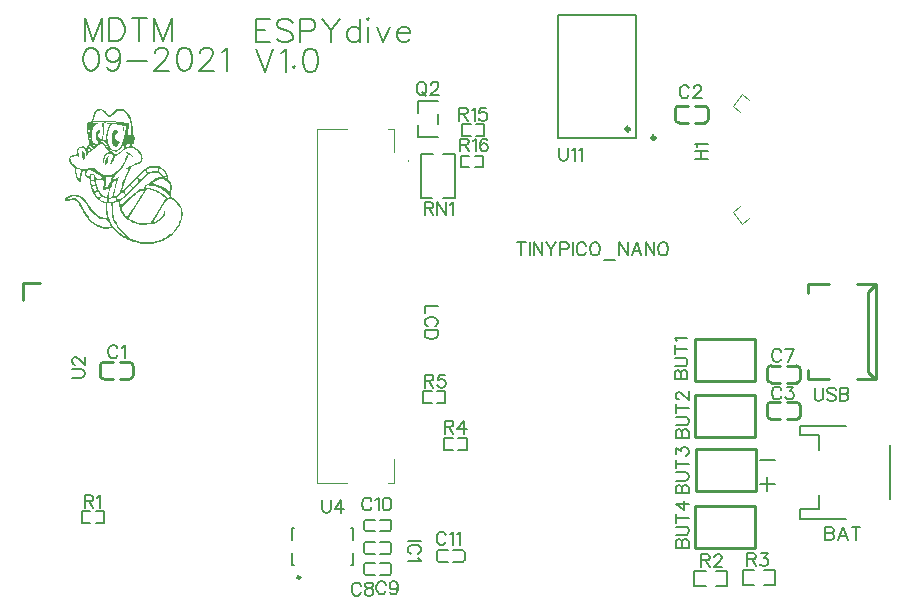
<source format=gto>
G04 Layer: TopSilkLayer*
G04 EasyEDA v6.4.25, 2021-09-15T07:48:06+01:00*
G04 1eb5522c02d34d8f89c77509865788c0,48bc864c7916494db8d10f71d93e82f1,10*
G04 Gerber Generator version 0.2*
G04 Scale: 100 percent, Rotated: No, Reflected: No *
G04 Dimensions in millimeters *
G04 leading zeros omitted , absolute positions ,4 integer and 5 decimal *
%FSLAX45Y45*%
%MOMM*%

%ADD10C,0.2540*%
%ADD45C,0.1001*%
%ADD46C,0.1524*%
%ADD47C,0.1501*%
%ADD48C,0.2500*%
%ADD49C,0.2000*%
%ADD50C,0.3000*%
%ADD51C,0.2032*%

%LPD*%
G36*
X705916Y-852271D02*
G01*
X700328Y-852576D01*
X694842Y-853440D01*
X689660Y-855014D01*
X684682Y-857148D01*
X680008Y-859993D01*
X676351Y-862888D01*
X672846Y-866190D01*
X669544Y-870051D01*
X666445Y-874369D01*
X663498Y-879195D01*
X660704Y-884580D01*
X658063Y-890422D01*
X655574Y-896874D01*
X651103Y-911301D01*
X649071Y-919429D01*
X641699Y-954938D01*
X654659Y-954938D01*
X657555Y-939495D01*
X658926Y-933196D01*
X660755Y-926490D01*
X662990Y-919530D01*
X665530Y-912469D01*
X671271Y-898702D01*
X677367Y-886510D01*
X680364Y-881430D01*
X683209Y-877214D01*
X685901Y-874064D01*
X688238Y-872083D01*
X692708Y-870254D01*
X698957Y-868730D01*
X706120Y-867714D01*
X713384Y-867257D01*
X730504Y-867105D01*
X761085Y-899820D01*
X771296Y-909523D01*
X775919Y-913587D01*
X783742Y-919429D01*
X786587Y-921003D01*
X788568Y-921562D01*
X790752Y-921003D01*
X794156Y-919429D01*
X803859Y-913485D01*
X816356Y-904697D01*
X830275Y-893978D01*
X864565Y-866444D01*
X885139Y-868578D01*
X890524Y-869340D01*
X895654Y-870356D01*
X900582Y-871728D01*
X905357Y-873404D01*
X909878Y-875436D01*
X914247Y-877824D01*
X918464Y-880567D01*
X922528Y-883666D01*
X926439Y-887171D01*
X930249Y-891032D01*
X933907Y-895299D01*
X937463Y-899972D01*
X940968Y-905103D01*
X944371Y-910590D01*
X950976Y-922985D01*
X955954Y-933754D01*
X960323Y-944575D01*
X964133Y-955446D01*
X967384Y-966520D01*
X970076Y-977849D01*
X972210Y-989482D01*
X973886Y-1001572D01*
X975055Y-1014120D01*
X975715Y-1027277D01*
X975969Y-1041044D01*
X975969Y-1075029D01*
X950772Y-1075029D01*
X957478Y-977137D01*
X922528Y-969771D01*
X906373Y-966774D01*
X884529Y-963371D01*
X862177Y-960526D01*
X838962Y-958342D01*
X814679Y-956665D01*
X789025Y-955548D01*
X761644Y-954989D01*
X641699Y-954938D01*
X641045Y-958138D01*
X601261Y-971397D01*
X637946Y-971397D01*
X639318Y-970686D01*
X645363Y-969721D01*
X655421Y-968806D01*
X683107Y-967486D01*
X712825Y-966876D01*
X735228Y-967181D01*
X740714Y-967740D01*
X741095Y-967943D01*
X758545Y-967943D01*
X758647Y-967486D01*
X760018Y-967079D01*
X766165Y-966520D01*
X775970Y-966266D01*
X802690Y-966520D01*
X832256Y-967638D01*
X845616Y-968502D01*
X856691Y-969467D01*
X864565Y-970584D01*
X868070Y-971600D01*
X868070Y-972007D01*
X864819Y-972566D01*
X857453Y-972819D01*
X831240Y-972413D01*
X798322Y-971042D01*
X772718Y-969568D01*
X764235Y-968857D01*
X758545Y-967943D01*
X741095Y-967943D01*
X741476Y-968146D01*
X740816Y-968654D01*
X734568Y-969467D01*
X721309Y-970432D01*
X681380Y-972312D01*
X661212Y-972769D01*
X646582Y-972667D01*
X641756Y-972362D01*
X638810Y-971905D01*
X637946Y-971397D01*
X601261Y-971397D01*
X599744Y-971905D01*
X599846Y-1003046D01*
X600144Y-1011123D01*
X611428Y-1011123D01*
X611632Y-999591D01*
X612394Y-989888D01*
X613816Y-982471D01*
X614730Y-979728D01*
X615848Y-977696D01*
X617118Y-976477D01*
X618540Y-976020D01*
X619760Y-977696D01*
X620522Y-982218D01*
X620776Y-988923D01*
X620115Y-1002233D01*
X620014Y-1014069D01*
X620572Y-1027734D01*
X621690Y-1042619D01*
X623316Y-1058113D01*
X625704Y-1076452D01*
X639368Y-1076452D01*
X639521Y-1067511D01*
X639978Y-1059027D01*
X640740Y-1051052D01*
X641756Y-1043432D01*
X643178Y-1036269D01*
X644855Y-1029512D01*
X646887Y-1023162D01*
X649224Y-1017117D01*
X651916Y-1011428D01*
X654913Y-1006094D01*
X658266Y-1001064D01*
X661974Y-996289D01*
X674370Y-981608D01*
X710285Y-977290D01*
X723747Y-976020D01*
X728573Y-988720D01*
X729691Y-992428D01*
X730656Y-997203D01*
X732078Y-1009294D01*
X732942Y-1023874D01*
X733196Y-1039876D01*
X732840Y-1056233D01*
X731875Y-1071727D01*
X730351Y-1085392D01*
X729335Y-1091133D01*
X728167Y-1096010D01*
X723036Y-1114552D01*
X708406Y-1099566D01*
X702564Y-1093216D01*
X698296Y-1087526D01*
X695655Y-1082446D01*
X694537Y-1077671D01*
X695045Y-1073099D01*
X697077Y-1068527D01*
X700633Y-1063752D01*
X705713Y-1058570D01*
X717651Y-1047496D01*
X712876Y-1039012D01*
X710031Y-1035151D01*
X706526Y-1032560D01*
X702513Y-1031138D01*
X698246Y-1030884D01*
X693826Y-1031798D01*
X689508Y-1033932D01*
X685393Y-1037132D01*
X681685Y-1041501D01*
X673963Y-1052474D01*
X673963Y-1105204D01*
X683412Y-1114653D01*
X733653Y-1114653D01*
X737717Y-1095908D01*
X738632Y-1088136D01*
X740054Y-1065072D01*
X740765Y-1036574D01*
X740816Y-976020D01*
X753821Y-976020D01*
X759968Y-976274D01*
X767232Y-976884D01*
X777900Y-978357D01*
X889152Y-978357D01*
X889812Y-977544D01*
X892454Y-977036D01*
X896772Y-976833D01*
X901090Y-977036D01*
X903681Y-977544D01*
X904341Y-978357D01*
X902919Y-979322D01*
X900023Y-980084D01*
X896772Y-980338D01*
X893470Y-980084D01*
X890574Y-979322D01*
X889152Y-978357D01*
X777900Y-978357D01*
X795629Y-981811D01*
X766978Y-1039621D01*
X763767Y-1091387D01*
X773531Y-1091387D01*
X773887Y-1078839D01*
X775004Y-1066393D01*
X776884Y-1054150D01*
X779576Y-1042263D01*
X783031Y-1030833D01*
X785063Y-1025347D01*
X789736Y-1014933D01*
X795274Y-1005281D01*
X813155Y-980236D01*
X838116Y-982878D01*
X912621Y-982878D01*
X913028Y-981506D01*
X919429Y-981049D01*
X923696Y-981506D01*
X928319Y-982573D01*
X932738Y-984199D01*
X936345Y-986180D01*
X943762Y-991209D01*
X928928Y-987856D01*
X918006Y-985062D01*
X912621Y-982878D01*
X838116Y-982878D01*
X853186Y-984554D01*
X866749Y-986434D01*
X878789Y-988568D01*
X887882Y-990600D01*
X896467Y-993190D01*
X903224Y-994562D01*
X910336Y-995476D01*
X922528Y-996137D01*
X927100Y-996950D01*
X930249Y-998118D01*
X931367Y-999540D01*
X930503Y-1009243D01*
X928319Y-1023366D01*
X925321Y-1039317D01*
X922121Y-1054557D01*
X919124Y-1066444D01*
X917905Y-1070356D01*
X915162Y-1076147D01*
X913384Y-1082649D01*
X911758Y-1090879D01*
X909675Y-1105814D01*
X908405Y-1112012D01*
X904748Y-1125372D01*
X899820Y-1139444D01*
X893978Y-1153464D01*
X887526Y-1166672D01*
X880821Y-1178356D01*
X877519Y-1183386D01*
X874217Y-1187754D01*
X871067Y-1191361D01*
X868070Y-1194104D01*
X863904Y-1197000D01*
X859383Y-1199337D01*
X854659Y-1201166D01*
X849731Y-1202436D01*
X844702Y-1203147D01*
X839571Y-1203350D01*
X834390Y-1202994D01*
X829310Y-1202131D01*
X824331Y-1200759D01*
X819505Y-1198829D01*
X814933Y-1196390D01*
X810666Y-1193393D01*
X807110Y-1190396D01*
X803757Y-1187043D01*
X800557Y-1183436D01*
X797509Y-1179525D01*
X794664Y-1175308D01*
X792022Y-1170889D01*
X787196Y-1161338D01*
X783082Y-1150975D01*
X779729Y-1139901D01*
X777036Y-1128268D01*
X775157Y-1116228D01*
X774446Y-1110081D01*
X773684Y-1097635D01*
X773531Y-1091387D01*
X763767Y-1091387D01*
X761644Y-1125118D01*
X756412Y-1119886D01*
X753719Y-1117854D01*
X750163Y-1116177D01*
X746252Y-1115060D01*
X742442Y-1114653D01*
X683412Y-1114653D01*
X696315Y-1127556D01*
X691591Y-1140917D01*
X689985Y-1144930D01*
X696264Y-1144930D01*
X707948Y-1134719D01*
X713587Y-1130757D01*
X720242Y-1127556D01*
X727202Y-1125372D01*
X733501Y-1124559D01*
X747369Y-1124559D01*
X767689Y-1161542D01*
X774801Y-1172514D01*
X778459Y-1177493D01*
X782218Y-1182166D01*
X789990Y-1190396D01*
X794054Y-1194054D01*
X798169Y-1197356D01*
X802436Y-1200353D01*
X806754Y-1202994D01*
X811225Y-1205331D01*
X815797Y-1207363D01*
X820521Y-1209090D01*
X825296Y-1210462D01*
X830275Y-1211580D01*
X846836Y-1214678D01*
X868984Y-1203655D01*
X872388Y-1201623D01*
X878840Y-1196797D01*
X881989Y-1194054D01*
X887933Y-1187856D01*
X893571Y-1180693D01*
X898855Y-1172514D01*
X903884Y-1163370D01*
X908558Y-1153160D01*
X912926Y-1141933D01*
X917041Y-1129639D01*
X920902Y-1116228D01*
X924458Y-1101699D01*
X927760Y-1086053D01*
X930859Y-1069238D01*
X933551Y-1052474D01*
X935939Y-1039164D01*
X938021Y-1029360D01*
X939698Y-1023264D01*
X940358Y-1021689D01*
X940866Y-1021080D01*
X941222Y-1021486D01*
X941425Y-1022959D01*
X941273Y-1029055D01*
X940308Y-1039571D01*
X938987Y-1050594D01*
X935024Y-1073810D01*
X929030Y-1103731D01*
X925677Y-1119276D01*
X912753Y-1176324D01*
X926846Y-1176324D01*
X927862Y-1171498D01*
X936091Y-1149299D01*
X966063Y-1149299D01*
X966063Y-1168908D01*
X946658Y-1173226D01*
X928420Y-1177747D01*
X926846Y-1176324D01*
X912753Y-1176324D01*
X911656Y-1181150D01*
X877519Y-1215542D01*
X866749Y-1225753D01*
X857859Y-1233525D01*
X854506Y-1236167D01*
X852017Y-1237843D01*
X850544Y-1238402D01*
X846582Y-1237081D01*
X839165Y-1233424D01*
X829310Y-1228039D01*
X818083Y-1221435D01*
X790143Y-1204417D01*
X737920Y-1134465D01*
X727913Y-1134465D01*
X723138Y-1134872D01*
X717651Y-1135989D01*
X712063Y-1137666D01*
X707085Y-1139698D01*
X696264Y-1144930D01*
X689985Y-1144930D01*
X689559Y-1145997D01*
X687374Y-1149807D01*
X684936Y-1152296D01*
X682091Y-1153515D01*
X678789Y-1153515D01*
X674878Y-1152245D01*
X670204Y-1149807D01*
X664667Y-1146200D01*
X660755Y-1143050D01*
X657148Y-1139393D01*
X653846Y-1135176D01*
X650849Y-1130452D01*
X648208Y-1125220D01*
X645871Y-1119530D01*
X643890Y-1113383D01*
X642264Y-1106830D01*
X640994Y-1099820D01*
X640080Y-1092403D01*
X639521Y-1084580D01*
X639368Y-1076452D01*
X625704Y-1076452D01*
X627583Y-1088745D01*
X630174Y-1102664D01*
X632917Y-1114958D01*
X635762Y-1125016D01*
X637235Y-1129030D01*
X639318Y-1133703D01*
X641756Y-1138275D01*
X644499Y-1142695D01*
X647446Y-1146860D01*
X650595Y-1150670D01*
X653796Y-1154074D01*
X657047Y-1156919D01*
X665530Y-1162862D01*
X669137Y-1166266D01*
X670712Y-1169111D01*
X670001Y-1170990D01*
X667664Y-1171752D01*
X664870Y-1171498D01*
X661720Y-1170330D01*
X658317Y-1168298D01*
X654659Y-1165453D01*
X650951Y-1161948D01*
X647141Y-1157782D01*
X643382Y-1153058D01*
X639775Y-1147876D01*
X636270Y-1142238D01*
X633069Y-1136345D01*
X630174Y-1130198D01*
X626618Y-1120546D01*
X623366Y-1109014D01*
X620420Y-1096111D01*
X617880Y-1082090D01*
X615696Y-1067511D01*
X613918Y-1052728D01*
X612597Y-1038098D01*
X611733Y-1024077D01*
X611428Y-1011123D01*
X600144Y-1011123D01*
X600760Y-1022603D01*
X603402Y-1053033D01*
X607060Y-1084173D01*
X609142Y-1098600D01*
X611327Y-1111605D01*
X613460Y-1122527D01*
X615543Y-1130808D01*
X621131Y-1149451D01*
X610412Y-1160830D01*
X606247Y-1165961D01*
X602843Y-1171549D01*
X600557Y-1176883D01*
X599744Y-1181354D01*
X599744Y-1190447D01*
X578866Y-1171600D01*
X534670Y-1172565D01*
X513080Y-1194104D01*
X514756Y-1237437D01*
X489508Y-1242364D01*
X482803Y-1244142D01*
X476656Y-1246174D01*
X471068Y-1248460D01*
X466090Y-1250950D01*
X461721Y-1253693D01*
X457911Y-1256690D01*
X454659Y-1259840D01*
X452018Y-1263294D01*
X449986Y-1266901D01*
X448513Y-1270762D01*
X448025Y-1273200D01*
X456742Y-1273200D01*
X464007Y-1265885D01*
X467614Y-1263192D01*
X472897Y-1260246D01*
X479450Y-1257350D01*
X486765Y-1254556D01*
X494284Y-1252118D01*
X501700Y-1250137D01*
X508355Y-1248816D01*
X513892Y-1248359D01*
X516991Y-1249426D01*
X521157Y-1252321D01*
X525780Y-1256639D01*
X530402Y-1261922D01*
X541121Y-1275537D01*
X535940Y-1258976D01*
X532130Y-1245260D01*
X529285Y-1232662D01*
X527456Y-1221536D01*
X526897Y-1216609D01*
X526643Y-1208024D01*
X526897Y-1204518D01*
X527456Y-1201521D01*
X529539Y-1195679D01*
X532688Y-1190752D01*
X536600Y-1186738D01*
X541172Y-1183741D01*
X546303Y-1181658D01*
X551688Y-1180592D01*
X557326Y-1180541D01*
X562965Y-1181506D01*
X568452Y-1183487D01*
X573684Y-1186586D01*
X578459Y-1190701D01*
X582574Y-1195933D01*
X583786Y-1198168D01*
X609904Y-1198168D01*
X610412Y-1192936D01*
X611784Y-1186992D01*
X614070Y-1180541D01*
X617169Y-1173784D01*
X624789Y-1159103D01*
X653948Y-1180693D01*
X642874Y-1194104D01*
X625449Y-1178356D01*
X621842Y-1184198D01*
X620928Y-1186738D01*
X621131Y-1189431D01*
X622350Y-1191920D01*
X624484Y-1193850D01*
X627837Y-1198118D01*
X627176Y-1203045D01*
X623214Y-1207058D01*
X616762Y-1208684D01*
X613714Y-1207973D01*
X611530Y-1205839D01*
X610311Y-1202537D01*
X609904Y-1198168D01*
X583786Y-1198168D01*
X585876Y-1202994D01*
X587552Y-1207871D01*
X590702Y-1219606D01*
X592124Y-1226007D01*
X594258Y-1239164D01*
X598170Y-1270609D01*
X605637Y-1230426D01*
X629310Y-1215085D01*
X636930Y-1209700D01*
X655980Y-1195171D01*
X676503Y-1178458D01*
X688492Y-1168400D01*
X701903Y-1157782D01*
X713079Y-1149756D01*
X717397Y-1146962D01*
X720699Y-1145235D01*
X722731Y-1144574D01*
X726338Y-1145590D01*
X731316Y-1148588D01*
X736904Y-1153007D01*
X742543Y-1158494D01*
X748893Y-1165758D01*
X756462Y-1175004D01*
X764286Y-1185113D01*
X771499Y-1194866D01*
X787298Y-1217015D01*
X752652Y-1233576D01*
X744524Y-1253337D01*
X741629Y-1262684D01*
X738835Y-1273606D01*
X736498Y-1284681D01*
X732028Y-1314094D01*
X737666Y-1310589D01*
X739851Y-1308354D01*
X741629Y-1304696D01*
X742848Y-1300226D01*
X743661Y-1288999D01*
X744829Y-1282293D01*
X746709Y-1275486D01*
X749198Y-1268679D01*
X752246Y-1262024D01*
X755853Y-1255725D01*
X759866Y-1249832D01*
X764286Y-1244600D01*
X774700Y-1233474D01*
X790803Y-1233474D01*
X796798Y-1233932D01*
X802589Y-1235252D01*
X807923Y-1237335D01*
X812698Y-1240078D01*
X816711Y-1243279D01*
X819810Y-1246886D01*
X821791Y-1250797D01*
X822502Y-1254861D01*
X822198Y-1256690D01*
X819912Y-1263548D01*
X815848Y-1273657D01*
X801878Y-1304798D01*
X797509Y-1315262D01*
X794918Y-1322679D01*
X794512Y-1325981D01*
X795832Y-1325778D01*
X798017Y-1323797D01*
X800963Y-1320292D01*
X808431Y-1309878D01*
X816864Y-1296619D01*
X824890Y-1282598D01*
X828395Y-1275994D01*
X831240Y-1270000D01*
X833374Y-1264818D01*
X839317Y-1248308D01*
X848766Y-1248308D01*
X851153Y-1247851D01*
X854405Y-1246530D01*
X858316Y-1244447D01*
X867714Y-1238300D01*
X878128Y-1230172D01*
X888847Y-1220876D01*
X900633Y-1211376D01*
X912520Y-1202639D01*
X922985Y-1195832D01*
X927252Y-1193444D01*
X933043Y-1190853D01*
X939342Y-1188669D01*
X945997Y-1186942D01*
X952957Y-1185621D01*
X960069Y-1184757D01*
X967232Y-1184300D01*
X974293Y-1184300D01*
X981252Y-1184757D01*
X987907Y-1185672D01*
X994206Y-1187043D01*
X999998Y-1188872D01*
X1005179Y-1191107D01*
X1010412Y-1194155D01*
X1015644Y-1197914D01*
X1020876Y-1202182D01*
X1026007Y-1207008D01*
X1030935Y-1212240D01*
X1035659Y-1217777D01*
X1040079Y-1223619D01*
X1044143Y-1229563D01*
X1047750Y-1235659D01*
X1050798Y-1241704D01*
X1053338Y-1247648D01*
X1055217Y-1253439D01*
X1056792Y-1259890D01*
X1057910Y-1265732D01*
X1058519Y-1271168D01*
X1058570Y-1276096D01*
X1058011Y-1280718D01*
X1056792Y-1284986D01*
X1054862Y-1288999D01*
X1052220Y-1292809D01*
X1048766Y-1296466D01*
X1044448Y-1300022D01*
X1039266Y-1303528D01*
X1033170Y-1307033D01*
X1026109Y-1310640D01*
X1018032Y-1314399D01*
X988517Y-1326540D01*
X970584Y-1334516D01*
X962710Y-1338376D01*
X949452Y-1345692D01*
X944067Y-1349146D01*
X939596Y-1352346D01*
X936091Y-1355394D01*
X933500Y-1358239D01*
X931926Y-1360779D01*
X931418Y-1363065D01*
X932332Y-1364488D01*
X934923Y-1364437D01*
X938733Y-1363065D01*
X943406Y-1360424D01*
X955395Y-1352550D01*
X934770Y-1397558D01*
X926541Y-1416913D01*
X917854Y-1439062D01*
X909116Y-1462836D01*
X900633Y-1487271D01*
X892860Y-1511249D01*
X886155Y-1533702D01*
X880551Y-1554530D01*
X917600Y-1554530D01*
X918159Y-1550619D01*
X920292Y-1546301D01*
X924153Y-1541170D01*
X929792Y-1534820D01*
X937361Y-1526946D01*
X945286Y-1519123D01*
X951788Y-1513230D01*
X957224Y-1509268D01*
X961796Y-1507083D01*
X965809Y-1506626D01*
X969619Y-1507794D01*
X973429Y-1510538D01*
X977544Y-1514652D01*
X985672Y-1523593D01*
X931519Y-1577086D01*
X920750Y-1562557D01*
X918514Y-1558391D01*
X917600Y-1554530D01*
X880551Y-1554530D01*
X876604Y-1569872D01*
X855319Y-1582369D01*
X846734Y-1587195D01*
X839114Y-1591157D01*
X833272Y-1593850D01*
X830071Y-1594866D01*
X829310Y-1594358D01*
X828802Y-1592884D01*
X828598Y-1587449D01*
X829360Y-1579016D01*
X830986Y-1568094D01*
X833272Y-1555292D01*
X836168Y-1541068D01*
X843178Y-1510639D01*
X851052Y-1481124D01*
X855014Y-1468018D01*
X858824Y-1456791D01*
X862330Y-1447850D01*
X865428Y-1441856D01*
X873252Y-1429969D01*
X833831Y-1446428D01*
X827938Y-1448562D01*
X823976Y-1449679D01*
X822502Y-1449628D01*
X822858Y-1446022D01*
X823925Y-1441907D01*
X825652Y-1437386D01*
X828040Y-1432407D01*
X831087Y-1427073D01*
X834745Y-1421333D01*
X839012Y-1415288D01*
X849274Y-1402283D01*
X861720Y-1388364D01*
X868680Y-1381048D01*
X904290Y-1344828D01*
X945743Y-1263548D01*
X958900Y-1239012D01*
X960831Y-1239367D01*
X964742Y-1241602D01*
X970127Y-1245412D01*
X983335Y-1255826D01*
X988771Y-1259230D01*
X992479Y-1260703D01*
X994511Y-1260348D01*
X994613Y-1258316D01*
X992784Y-1254658D01*
X988923Y-1249527D01*
X982878Y-1243076D01*
X968044Y-1228191D01*
X928928Y-1222349D01*
X947928Y-1237030D01*
X925830Y-1280363D01*
X918260Y-1294079D01*
X910437Y-1307185D01*
X902360Y-1319733D01*
X894029Y-1331671D01*
X885545Y-1342948D01*
X876909Y-1353566D01*
X868121Y-1363472D01*
X859231Y-1372666D01*
X850341Y-1381048D01*
X841400Y-1388618D01*
X832459Y-1395374D01*
X823569Y-1401267D01*
X814781Y-1406245D01*
X806094Y-1410258D01*
X797560Y-1413357D01*
X789228Y-1415440D01*
X781050Y-1416507D01*
X772566Y-1416558D01*
X764133Y-1415948D01*
X756056Y-1414475D01*
X747776Y-1411935D01*
X738835Y-1408125D01*
X728726Y-1402791D01*
X716889Y-1395730D01*
X702818Y-1386789D01*
X656640Y-1356156D01*
X545846Y-1362557D01*
X529437Y-1355699D01*
X525373Y-1353718D01*
X520852Y-1351076D01*
X511048Y-1344015D01*
X505866Y-1339850D01*
X495401Y-1330401D01*
X485292Y-1320241D01*
X476148Y-1309878D01*
X472135Y-1304848D01*
X468630Y-1300022D01*
X465632Y-1295450D01*
X463296Y-1291234D01*
X461721Y-1287475D01*
X456742Y-1273200D01*
X448025Y-1273200D01*
X447700Y-1274826D01*
X447446Y-1279042D01*
X447801Y-1283512D01*
X448767Y-1288186D01*
X450342Y-1293063D01*
X453745Y-1299718D01*
X459587Y-1308912D01*
X467106Y-1319377D01*
X475386Y-1329893D01*
X495757Y-1354582D01*
X495757Y-1357985D01*
X504443Y-1357985D01*
X550113Y-1374444D01*
X546608Y-1385976D01*
X545033Y-1394206D01*
X543255Y-1405636D01*
X541528Y-1418793D01*
X537057Y-1458722D01*
X523849Y-1431086D01*
X518464Y-1418539D01*
X515924Y-1411782D01*
X511556Y-1398168D01*
X508406Y-1385874D01*
X507542Y-1380744D01*
X504443Y-1357985D01*
X495757Y-1357985D01*
X495757Y-1370228D01*
X495960Y-1375308D01*
X496570Y-1380896D01*
X497535Y-1386941D01*
X500481Y-1400048D01*
X504545Y-1413814D01*
X509422Y-1427632D01*
X514959Y-1440789D01*
X517855Y-1446885D01*
X523798Y-1457706D01*
X526796Y-1462278D01*
X529793Y-1466138D01*
X544372Y-1483461D01*
X547573Y-1467967D01*
X548843Y-1458823D01*
X551434Y-1434084D01*
X552653Y-1420469D01*
X553618Y-1413662D01*
X554837Y-1407261D01*
X556260Y-1401216D01*
X557834Y-1395679D01*
X559562Y-1390650D01*
X561441Y-1386128D01*
X563372Y-1382217D01*
X565302Y-1378915D01*
X567283Y-1376222D01*
X569214Y-1374292D01*
X571093Y-1373073D01*
X572922Y-1372616D01*
X574548Y-1372971D01*
X576072Y-1374190D01*
X577342Y-1376324D01*
X578408Y-1379372D01*
X579221Y-1383436D01*
X579729Y-1388465D01*
X579932Y-1394561D01*
X579932Y-1416050D01*
X594766Y-1416050D01*
X594766Y-1399997D01*
X595071Y-1394104D01*
X596036Y-1388872D01*
X597611Y-1384300D01*
X599744Y-1380490D01*
X602488Y-1377340D01*
X605790Y-1374952D01*
X609650Y-1373225D01*
X614019Y-1372209D01*
X618947Y-1371955D01*
X624382Y-1372362D01*
X630326Y-1373530D01*
X636727Y-1375359D01*
X643585Y-1377950D01*
X650900Y-1381252D01*
X658672Y-1385265D01*
X728319Y-1427429D01*
X723239Y-1436878D01*
X722548Y-1437741D01*
X739292Y-1437741D01*
X740003Y-1434287D01*
X743204Y-1428089D01*
X745794Y-1427073D01*
X747572Y-1431086D01*
X748233Y-1439875D01*
X748233Y-1453286D01*
X742645Y-1447647D01*
X740664Y-1444853D01*
X739546Y-1441399D01*
X739292Y-1437741D01*
X722548Y-1437741D01*
X720598Y-1440180D01*
X716838Y-1442720D01*
X712216Y-1444548D01*
X706932Y-1445666D01*
X701344Y-1446072D01*
X695655Y-1445818D01*
X690118Y-1444955D01*
X684987Y-1443482D01*
X680567Y-1441399D01*
X677062Y-1438808D01*
X674776Y-1435658D01*
X673963Y-1432001D01*
X673354Y-1427937D01*
X671728Y-1422958D01*
X669239Y-1417726D01*
X666292Y-1412798D01*
X658571Y-1401775D01*
X644601Y-1401775D01*
X639368Y-1402080D01*
X634746Y-1403045D01*
X630732Y-1404670D01*
X627278Y-1406906D01*
X624382Y-1409852D01*
X621995Y-1413510D01*
X620166Y-1417878D01*
X618794Y-1422958D01*
X617067Y-1431747D01*
X594766Y-1416050D01*
X579932Y-1416050D01*
X579932Y-1417066D01*
X592074Y-1429207D01*
X597357Y-1433931D01*
X598986Y-1435100D01*
X630377Y-1435100D01*
X630682Y-1429004D01*
X631647Y-1423365D01*
X634746Y-1411020D01*
X656285Y-1414170D01*
X661060Y-1438452D01*
X661670Y-1444091D01*
X661568Y-1448409D01*
X660552Y-1451660D01*
X658672Y-1453896D01*
X655828Y-1455267D01*
X651865Y-1456029D01*
X646785Y-1456232D01*
X635050Y-1456232D01*
X631799Y-1445971D01*
X630783Y-1441043D01*
X630377Y-1435100D01*
X598986Y-1435100D01*
X602742Y-1437792D01*
X607618Y-1440434D01*
X611378Y-1441399D01*
X618490Y-1441399D01*
X621512Y-1458722D01*
X708253Y-1458722D01*
X721868Y-1459026D01*
X733501Y-1459788D01*
X742035Y-1461008D01*
X744728Y-1461719D01*
X746201Y-1462430D01*
X747166Y-1466392D01*
X747115Y-1474317D01*
X746099Y-1485138D01*
X739124Y-1527810D01*
X751941Y-1527810D01*
X757072Y-1492300D01*
X760323Y-1466291D01*
X764184Y-1432001D01*
X772312Y-1429816D01*
X776681Y-1428953D01*
X789482Y-1427480D01*
X812139Y-1426514D01*
X804824Y-1447342D01*
X802436Y-1453489D01*
X799439Y-1460195D01*
X792175Y-1474622D01*
X783691Y-1489303D01*
X774954Y-1502867D01*
X766673Y-1513992D01*
X762965Y-1518208D01*
X759714Y-1521358D01*
X751941Y-1527810D01*
X739124Y-1527810D01*
X738327Y-1534769D01*
X739038Y-1538122D01*
X741019Y-1539951D01*
X744169Y-1540306D01*
X748436Y-1539290D01*
X753618Y-1536852D01*
X759663Y-1533144D01*
X766419Y-1528114D01*
X773785Y-1521815D01*
X794410Y-1503273D01*
X775208Y-1574444D01*
X771702Y-1585671D01*
X768858Y-1593748D01*
X767791Y-1596237D01*
X766978Y-1597558D01*
X764387Y-1598371D01*
X760222Y-1597660D01*
X754888Y-1595526D01*
X748690Y-1592275D01*
X742035Y-1588058D01*
X735228Y-1583080D01*
X728726Y-1577594D01*
X722782Y-1571752D01*
X719734Y-1568297D01*
X713435Y-1559966D01*
X707085Y-1550111D01*
X700938Y-1539341D01*
X695147Y-1527962D01*
X690016Y-1516583D01*
X685800Y-1505610D01*
X682701Y-1495450D01*
X677214Y-1470406D01*
X674116Y-1458722D01*
X621512Y-1458722D01*
X622939Y-1466900D01*
X633425Y-1466900D01*
X661619Y-1463649D01*
X665784Y-1474978D01*
X667207Y-1479905D01*
X667918Y-1485087D01*
X667918Y-1489811D01*
X667156Y-1493520D01*
X665022Y-1496466D01*
X661416Y-1498650D01*
X656894Y-1500022D01*
X651967Y-1500632D01*
X647242Y-1500428D01*
X643178Y-1499362D01*
X640334Y-1497431D01*
X639267Y-1494586D01*
X639013Y-1491335D01*
X637438Y-1482293D01*
X633425Y-1466900D01*
X622939Y-1466900D01*
X625246Y-1479702D01*
X628040Y-1493164D01*
X631291Y-1506220D01*
X633512Y-1514094D01*
X644956Y-1514094D01*
X645515Y-1512214D01*
X646988Y-1510944D01*
X652932Y-1509166D01*
X658876Y-1507744D01*
X663651Y-1507032D01*
X667410Y-1507083D01*
X670458Y-1508150D01*
X672947Y-1510182D01*
X675081Y-1513433D01*
X677113Y-1517954D01*
X685190Y-1542034D01*
X671677Y-1551736D01*
X668070Y-1553718D01*
X665073Y-1554480D01*
X662533Y-1553819D01*
X660146Y-1551736D01*
X657809Y-1548028D01*
X655218Y-1542592D01*
X646734Y-1521307D01*
X645363Y-1517040D01*
X644956Y-1514094D01*
X633512Y-1514094D01*
X636879Y-1525016D01*
X641045Y-1536954D01*
X645566Y-1548384D01*
X650494Y-1559306D01*
X654889Y-1568043D01*
X669747Y-1568043D01*
X670204Y-1564690D01*
X672033Y-1561795D01*
X675335Y-1559204D01*
X680059Y-1556816D01*
X691032Y-1551889D01*
X704088Y-1569669D01*
X708964Y-1576984D01*
X712622Y-1583893D01*
X714756Y-1589582D01*
X714959Y-1593240D01*
X713486Y-1595729D01*
X710996Y-1598269D01*
X707898Y-1600555D01*
X704545Y-1602232D01*
X696264Y-1605432D01*
X677214Y-1582420D01*
X673252Y-1576730D01*
X670763Y-1572006D01*
X669747Y-1568043D01*
X654889Y-1568043D01*
X658469Y-1574596D01*
X664210Y-1584045D01*
X670814Y-1593596D01*
X674827Y-1598625D01*
X683768Y-1608480D01*
X689543Y-1614119D01*
X703224Y-1614119D01*
X714603Y-1604619D01*
X719582Y-1601165D01*
X724814Y-1598828D01*
X729589Y-1597761D01*
X733399Y-1598218D01*
X751254Y-1604772D01*
X782878Y-1604772D01*
X782878Y-1595729D01*
X783691Y-1589735D01*
X785977Y-1579676D01*
X789381Y-1566468D01*
X798474Y-1534769D01*
X808583Y-1502460D01*
X813257Y-1488592D01*
X819048Y-1473301D01*
X820521Y-1470202D01*
X826058Y-1462582D01*
X833221Y-1456639D01*
X840435Y-1453438D01*
X846124Y-1453946D01*
X845921Y-1456385D01*
X842670Y-1472539D01*
X824941Y-1548333D01*
X819607Y-1574190D01*
X818083Y-1582978D01*
X817524Y-1588008D01*
X815949Y-1595272D01*
X811174Y-1600504D01*
X803300Y-1603705D01*
X792378Y-1604772D01*
X751254Y-1604772D01*
X772972Y-1612138D01*
X772972Y-1624939D01*
X772769Y-1630121D01*
X772109Y-1634845D01*
X771194Y-1638554D01*
X770077Y-1640687D01*
X767283Y-1641297D01*
X762101Y-1640636D01*
X755040Y-1638909D01*
X746861Y-1636318D01*
X738073Y-1633067D01*
X729386Y-1629410D01*
X721360Y-1625498D01*
X714654Y-1621637D01*
X703224Y-1614119D01*
X689543Y-1614119D01*
X698804Y-1622247D01*
X704037Y-1626463D01*
X714603Y-1634032D01*
X719836Y-1637334D01*
X730046Y-1642770D01*
X733608Y-1644345D01*
X782878Y-1644345D01*
X782878Y-1616303D01*
X816203Y-1609191D01*
X833374Y-1606092D01*
X838606Y-1605432D01*
X847242Y-1604772D01*
X847242Y-1610156D01*
X857148Y-1610156D01*
X857148Y-1595780D01*
X904189Y-1560728D01*
X923137Y-1579473D01*
X916889Y-1586992D01*
X914349Y-1589633D01*
X905865Y-1596644D01*
X894587Y-1604975D01*
X882396Y-1613154D01*
X871372Y-1619961D01*
X866902Y-1622399D01*
X863447Y-1623974D01*
X861263Y-1624533D01*
X859637Y-1623415D01*
X858367Y-1620316D01*
X857453Y-1615744D01*
X857148Y-1610156D01*
X847242Y-1610156D01*
X847242Y-1630019D01*
X830071Y-1637182D01*
X822248Y-1639976D01*
X813562Y-1642262D01*
X805078Y-1643786D01*
X797915Y-1644345D01*
X733608Y-1644345D01*
X739495Y-1646529D01*
X743813Y-1647647D01*
X756716Y-1650238D01*
X756978Y-1654251D01*
X806348Y-1654251D01*
X808493Y-1701088D01*
X818134Y-1701088D01*
X818438Y-1687169D01*
X820013Y-1653235D01*
X867664Y-1635201D01*
X869552Y-1641754D01*
X881887Y-1641754D01*
X881887Y-1630070D01*
X912520Y-1606346D01*
X924356Y-1596034D01*
X940663Y-1580946D01*
X960374Y-1562100D01*
X982319Y-1540510D01*
X1005484Y-1517345D01*
X1040333Y-1481886D01*
X1062736Y-1459687D01*
X1083462Y-1439824D01*
X1101496Y-1423212D01*
X1109167Y-1416405D01*
X1121257Y-1406448D01*
X1125423Y-1403502D01*
X1132941Y-1399844D01*
X1139240Y-1397457D01*
X1145743Y-1395577D01*
X1152499Y-1394104D01*
X1159357Y-1393088D01*
X1166266Y-1392529D01*
X1173226Y-1392428D01*
X1180084Y-1392783D01*
X1186891Y-1393596D01*
X1193495Y-1394917D01*
X1199845Y-1396644D01*
X1205941Y-1398879D01*
X1211122Y-1401419D01*
X1216101Y-1404620D01*
X1220724Y-1408328D01*
X1224889Y-1412290D01*
X1228394Y-1416405D01*
X1231036Y-1420520D01*
X1232763Y-1424432D01*
X1233373Y-1428038D01*
X1231493Y-1429156D01*
X1226261Y-1430528D01*
X1218590Y-1432001D01*
X1204366Y-1434185D01*
X1248257Y-1434287D01*
X1259382Y-1428089D01*
X1268984Y-1423365D01*
X1274622Y-1422450D01*
X1277264Y-1425752D01*
X1277924Y-1433525D01*
X1277924Y-1445463D01*
X1248257Y-1434287D01*
X1203906Y-1434287D01*
X1194612Y-1436573D01*
X1184808Y-1440078D01*
X1179931Y-1442161D01*
X1170127Y-1447190D01*
X1160424Y-1453184D01*
X1155649Y-1456486D01*
X1146302Y-1463852D01*
X1137259Y-1472031D01*
X1132890Y-1476451D01*
X1127023Y-1481785D01*
X1159256Y-1481785D01*
X1159611Y-1479346D01*
X1161440Y-1476552D01*
X1164640Y-1473403D01*
X1169212Y-1469948D01*
X1175105Y-1466291D01*
X1182268Y-1462379D01*
X1190650Y-1458264D01*
X1198118Y-1454912D01*
X1205026Y-1452219D01*
X1211478Y-1450035D01*
X1217574Y-1448460D01*
X1223365Y-1447444D01*
X1229004Y-1446987D01*
X1234440Y-1447088D01*
X1239875Y-1447800D01*
X1245362Y-1449019D01*
X1250950Y-1450848D01*
X1256741Y-1453184D01*
X1262837Y-1456080D01*
X1271066Y-1460906D01*
X1279398Y-1466850D01*
X1286764Y-1473149D01*
X1292301Y-1479042D01*
X1302715Y-1492199D01*
X1302715Y-1517954D01*
X1302461Y-1528216D01*
X1301750Y-1537055D01*
X1300734Y-1543608D01*
X1299514Y-1546860D01*
X1297127Y-1547114D01*
X1292910Y-1545437D01*
X1287526Y-1542135D01*
X1277416Y-1534210D01*
X1268171Y-1527657D01*
X1257808Y-1521206D01*
X1246530Y-1515059D01*
X1234541Y-1509217D01*
X1222146Y-1503883D01*
X1209497Y-1499158D01*
X1196848Y-1495094D01*
X1179576Y-1490370D01*
X1170178Y-1487576D01*
X1163421Y-1485290D01*
X1160373Y-1483868D01*
X1159256Y-1481785D01*
X1127023Y-1481785D01*
X1120343Y-1486662D01*
X1114399Y-1489760D01*
X1105306Y-1491691D01*
X1100937Y-1493926D01*
X1096772Y-1497380D01*
X1092962Y-1501749D01*
X1089710Y-1506880D01*
X1087120Y-1512468D01*
X1086245Y-1515516D01*
X1100785Y-1515516D01*
X1100886Y-1512976D01*
X1102664Y-1509979D01*
X1105916Y-1506270D01*
X1112113Y-1499870D01*
X1150264Y-1503781D01*
X1165098Y-1506321D01*
X1180134Y-1509623D01*
X1193546Y-1513382D01*
X1199032Y-1515313D01*
X1209040Y-1519631D01*
X1220114Y-1525371D01*
X1231849Y-1532178D01*
X1243787Y-1539748D01*
X1255471Y-1547774D01*
X1266393Y-1555851D01*
X1276146Y-1563725D01*
X1284274Y-1571040D01*
X1287627Y-1574444D01*
X1292453Y-1580337D01*
X1293825Y-1582826D01*
X1299210Y-1594561D01*
X1286510Y-1609801D01*
X1258316Y-1583588D01*
X1249934Y-1576730D01*
X1240688Y-1570075D01*
X1230680Y-1563624D01*
X1220063Y-1557426D01*
X1208938Y-1551533D01*
X1197406Y-1546047D01*
X1185672Y-1541018D01*
X1173784Y-1536446D01*
X1161897Y-1532483D01*
X1150112Y-1529130D01*
X1138580Y-1526438D01*
X1121460Y-1523288D01*
X1112723Y-1521358D01*
X1106525Y-1519529D01*
X1102614Y-1517650D01*
X1100785Y-1515516D01*
X1086245Y-1515516D01*
X1085443Y-1518310D01*
X1084884Y-1524152D01*
X1084884Y-1535430D01*
X1047750Y-1535531D01*
X1020165Y-1551584D01*
X1013155Y-1556461D01*
X1004519Y-1563014D01*
X983792Y-1580032D01*
X960526Y-1600403D01*
X948791Y-1611172D01*
X887882Y-1668983D01*
X884885Y-1661210D01*
X883716Y-1657299D01*
X882751Y-1652320D01*
X882142Y-1646936D01*
X881887Y-1641754D01*
X869552Y-1641754D01*
X870305Y-1645310D01*
X872642Y-1662277D01*
X874521Y-1678533D01*
X875385Y-1684223D01*
X877773Y-1695297D01*
X878792Y-1699056D01*
X891895Y-1699056D01*
X892200Y-1697837D01*
X894537Y-1693875D01*
X898855Y-1687982D01*
X904900Y-1680565D01*
X921258Y-1662074D01*
X941324Y-1640636D01*
X963066Y-1618538D01*
X984300Y-1598066D01*
X994054Y-1589074D01*
X1002893Y-1581404D01*
X1012494Y-1573784D01*
X1018336Y-1569618D01*
X1024382Y-1565656D01*
X1036675Y-1558594D01*
X1048613Y-1552752D01*
X1059586Y-1548485D01*
X1064463Y-1547012D01*
X1068832Y-1545996D01*
X1072591Y-1545539D01*
X1075639Y-1545590D01*
X1077976Y-1546250D01*
X1079398Y-1547571D01*
X1079906Y-1549501D01*
X1079703Y-1550517D01*
X1077569Y-1554937D01*
X1072743Y-1563319D01*
X1052372Y-1596034D01*
X1013510Y-1656689D01*
X940816Y-1769211D01*
X930402Y-1760016D01*
X926693Y-1756359D01*
X922680Y-1751838D01*
X918464Y-1746605D01*
X909929Y-1734718D01*
X902055Y-1722272D01*
X898702Y-1716379D01*
X895908Y-1710893D01*
X893724Y-1706067D01*
X892352Y-1702054D01*
X891895Y-1699056D01*
X878792Y-1699056D01*
X880922Y-1706118D01*
X884834Y-1716633D01*
X889508Y-1726793D01*
X894943Y-1736648D01*
X901039Y-1746148D01*
X907897Y-1755292D01*
X915416Y-1763979D01*
X923645Y-1772310D01*
X930010Y-1778050D01*
X952296Y-1778050D01*
X963828Y-1759610D01*
X1032865Y-1652574D01*
X1112113Y-1530502D01*
X1130554Y-1534414D01*
X1140561Y-1537258D01*
X1152956Y-1541221D01*
X1166266Y-1545793D01*
X1178915Y-1550619D01*
X1191107Y-1555902D01*
X1203096Y-1561846D01*
X1214628Y-1568297D01*
X1225600Y-1575104D01*
X1235760Y-1582216D01*
X1244955Y-1589532D01*
X1253032Y-1596847D01*
X1267358Y-1612188D01*
X1190802Y-1735074D01*
X1172210Y-1764182D01*
X1156208Y-1788464D01*
X1144016Y-1806143D01*
X1139698Y-1811985D01*
X1136802Y-1815541D01*
X1135888Y-1816404D01*
X1133500Y-1817725D01*
X1130198Y-1818893D01*
X1126134Y-1819910D01*
X1121359Y-1820773D01*
X1110081Y-1821891D01*
X1096924Y-1822348D01*
X1082598Y-1822094D01*
X1067765Y-1821180D01*
X1053134Y-1819503D01*
X1039317Y-1817116D01*
X1033729Y-1815795D01*
X1027430Y-1814017D01*
X1013612Y-1809343D01*
X998880Y-1803704D01*
X984453Y-1797557D01*
X971397Y-1791360D01*
X960983Y-1785721D01*
X957071Y-1783283D01*
X954227Y-1781098D01*
X952550Y-1779371D01*
X952296Y-1778050D01*
X930010Y-1778050D01*
X937209Y-1784045D01*
X947064Y-1791309D01*
X957529Y-1798116D01*
X968654Y-1804466D01*
X980338Y-1810308D01*
X992632Y-1815642D01*
X1005484Y-1820468D01*
X1045870Y-1833524D01*
X1156665Y-1829968D01*
X1184249Y-1816404D01*
X1190244Y-1813255D01*
X1196746Y-1809445D01*
X1210360Y-1800352D01*
X1223467Y-1790344D01*
X1229309Y-1785366D01*
X1234389Y-1780641D01*
X1256995Y-1758340D01*
X1260398Y-1740306D01*
X1261414Y-1732534D01*
X1261364Y-1725777D01*
X1260398Y-1720443D01*
X1258468Y-1716989D01*
X1253185Y-1711655D01*
X1253185Y-1722882D01*
X1252829Y-1728063D01*
X1251813Y-1733346D01*
X1250086Y-1738782D01*
X1247698Y-1744319D01*
X1244600Y-1749958D01*
X1240891Y-1755648D01*
X1236522Y-1761439D01*
X1231544Y-1767281D01*
X1227836Y-1770786D01*
X1222654Y-1775053D01*
X1216304Y-1779879D01*
X1201369Y-1790242D01*
X1185824Y-1800148D01*
X1172260Y-1807921D01*
X1167079Y-1810512D01*
X1163421Y-1811883D01*
X1161592Y-1811832D01*
X1162304Y-1809699D01*
X1165098Y-1804263D01*
X1176070Y-1785162D01*
X1192784Y-1757324D01*
X1213510Y-1723643D01*
X1267358Y-1637385D01*
X1295146Y-1618234D01*
X1298702Y-1616202D01*
X1301902Y-1614830D01*
X1304950Y-1614220D01*
X1307998Y-1614373D01*
X1311249Y-1615287D01*
X1314958Y-1617014D01*
X1319174Y-1619605D01*
X1330248Y-1627479D01*
X1342237Y-1636725D01*
X1347419Y-1641297D01*
X1358239Y-1652066D01*
X1363522Y-1657857D01*
X1373073Y-1669440D01*
X1376984Y-1674875D01*
X1394256Y-1700225D01*
X1393190Y-1785823D01*
X1380439Y-1814423D01*
X1375156Y-1825142D01*
X1369364Y-1835607D01*
X1363167Y-1845767D01*
X1356563Y-1855673D01*
X1349552Y-1865325D01*
X1342085Y-1874621D01*
X1334262Y-1883664D01*
X1326083Y-1892350D01*
X1317548Y-1900682D01*
X1308658Y-1908759D01*
X1299464Y-1916430D01*
X1289913Y-1923745D01*
X1280058Y-1930755D01*
X1269898Y-1937359D01*
X1259484Y-1943557D01*
X1248765Y-1949399D01*
X1237843Y-1954834D01*
X1226667Y-1959864D01*
X1215237Y-1964486D01*
X1203604Y-1968652D01*
X1191768Y-1972411D01*
X1179728Y-1975713D01*
X1167536Y-1978558D01*
X1155141Y-1980946D01*
X1142644Y-1982876D01*
X1130858Y-1984146D01*
X1118819Y-1984603D01*
X1105662Y-1984349D01*
X1091590Y-1983486D01*
X1077010Y-1982012D01*
X1062177Y-1979930D01*
X1047445Y-1977389D01*
X1033119Y-1974342D01*
X1019556Y-1970887D01*
X1006957Y-1967026D01*
X974344Y-1954936D01*
X863396Y-1844852D01*
X842822Y-1806956D01*
X837285Y-1795424D01*
X832510Y-1783740D01*
X828395Y-1771751D01*
X824992Y-1759559D01*
X822299Y-1747113D01*
X820267Y-1734362D01*
X818896Y-1721307D01*
X818235Y-1707896D01*
X818134Y-1701088D01*
X808493Y-1701088D01*
X811174Y-1760677D01*
X822960Y-1790700D01*
X827278Y-1800301D01*
X832154Y-1810054D01*
X837641Y-1819910D01*
X843737Y-1829917D01*
X850392Y-1839975D01*
X857605Y-1850136D01*
X865378Y-1860397D01*
X873760Y-1870710D01*
X882650Y-1881124D01*
X892098Y-1891588D01*
X902106Y-1902053D01*
X945032Y-1945132D01*
X913485Y-1927199D01*
X903884Y-1920697D01*
X892860Y-1912416D01*
X881024Y-1902917D01*
X869035Y-1892655D01*
X857554Y-1882190D01*
X814374Y-1839874D01*
X795985Y-1802130D01*
X791159Y-1791055D01*
X786942Y-1779981D01*
X783336Y-1768856D01*
X780288Y-1757527D01*
X777798Y-1745996D01*
X775868Y-1734108D01*
X774446Y-1721713D01*
X773480Y-1708810D01*
X773023Y-1695297D01*
X772972Y-1654251D01*
X756978Y-1654251D01*
X761339Y-1718513D01*
X763574Y-1742846D01*
X765708Y-1759864D01*
X769264Y-1778000D01*
X762152Y-1778000D01*
X757326Y-1777390D01*
X749554Y-1775764D01*
X739851Y-1773326D01*
X729284Y-1770380D01*
X703630Y-1762760D01*
X668223Y-1729587D01*
X660603Y-1721815D01*
X652272Y-1712823D01*
X634492Y-1692300D01*
X617016Y-1670557D01*
X609041Y-1659991D01*
X571144Y-1606905D01*
X521665Y-1579981D01*
X467207Y-1579981D01*
X414070Y-1607667D01*
X413276Y-1613204D01*
X430276Y-1613204D01*
X439470Y-1608023D01*
X445973Y-1604670D01*
X453186Y-1601470D01*
X460908Y-1598472D01*
X468782Y-1595780D01*
X476554Y-1593494D01*
X483870Y-1591767D01*
X490474Y-1590598D01*
X496011Y-1590090D01*
X499059Y-1590344D01*
X502920Y-1591005D01*
X507390Y-1592122D01*
X517601Y-1595475D01*
X528472Y-1599895D01*
X558901Y-1614932D01*
X598525Y-1669948D01*
X619150Y-1697228D01*
X628243Y-1708657D01*
X636727Y-1718818D01*
X644652Y-1727809D01*
X652170Y-1735785D01*
X659384Y-1742846D01*
X666394Y-1749145D01*
X673354Y-1754835D01*
X680364Y-1759966D01*
X713841Y-1782419D01*
X746912Y-1786991D01*
X763422Y-1789785D01*
X768248Y-1790801D01*
X770585Y-1792376D01*
X773633Y-1795678D01*
X777189Y-1800453D01*
X785063Y-1812950D01*
X792734Y-1827072D01*
X796036Y-1833829D01*
X798626Y-1839925D01*
X800455Y-1845005D01*
X801268Y-1848764D01*
X800862Y-1850796D01*
X798728Y-1851863D01*
X794867Y-1852625D01*
X789635Y-1853133D01*
X783234Y-1853387D01*
X768248Y-1853082D01*
X752144Y-1851914D01*
X744372Y-1851050D01*
X737158Y-1849983D01*
X730758Y-1848713D01*
X725525Y-1847291D01*
X715518Y-1843836D01*
X705815Y-1839975D01*
X696417Y-1835657D01*
X687273Y-1830984D01*
X678383Y-1825802D01*
X669696Y-1820164D01*
X661212Y-1814017D01*
X652881Y-1807362D01*
X644753Y-1800148D01*
X636727Y-1792376D01*
X628802Y-1784045D01*
X621030Y-1775155D01*
X613308Y-1765554D01*
X605637Y-1755393D01*
X597966Y-1744522D01*
X590346Y-1732991D01*
X582726Y-1720748D01*
X575106Y-1707794D01*
X567385Y-1694078D01*
X537819Y-1638096D01*
X503935Y-1612188D01*
X430276Y-1613204D01*
X413276Y-1613204D01*
X410921Y-1629613D01*
X493268Y-1623872D01*
X509219Y-1633931D01*
X512775Y-1636522D01*
X516534Y-1639925D01*
X520446Y-1643989D01*
X524306Y-1648561D01*
X528167Y-1653641D01*
X531825Y-1658975D01*
X535228Y-1664512D01*
X548843Y-1690573D01*
X562914Y-1715820D01*
X569925Y-1727606D01*
X576986Y-1738833D01*
X584047Y-1749552D01*
X591108Y-1759712D01*
X598220Y-1769364D01*
X605332Y-1778507D01*
X612546Y-1787194D01*
X619760Y-1795322D01*
X627075Y-1802993D01*
X634441Y-1810257D01*
X641858Y-1817014D01*
X649376Y-1823313D01*
X656996Y-1829155D01*
X668629Y-1837182D01*
X673912Y-1840280D01*
X680059Y-1843532D01*
X694232Y-1849983D01*
X701802Y-1853031D01*
X716686Y-1858162D01*
X755497Y-1868271D01*
X816660Y-1863394D01*
X842467Y-1889709D01*
X851458Y-1898192D01*
X860958Y-1906422D01*
X870915Y-1914398D01*
X881329Y-1922119D01*
X892149Y-1929587D01*
X903376Y-1936699D01*
X914908Y-1943506D01*
X926744Y-1950008D01*
X938885Y-1956104D01*
X951280Y-1961896D01*
X963879Y-1967230D01*
X976680Y-1972208D01*
X989584Y-1976729D01*
X1002690Y-1980844D01*
X1015847Y-1984502D01*
X1062583Y-1995779D01*
X1163015Y-1995830D01*
X1203604Y-1983333D01*
X1216660Y-1978812D01*
X1229360Y-1973884D01*
X1241755Y-1968550D01*
X1253744Y-1962810D01*
X1265377Y-1956663D01*
X1276705Y-1950110D01*
X1287627Y-1943100D01*
X1298194Y-1935734D01*
X1308404Y-1927961D01*
X1318260Y-1919833D01*
X1327708Y-1911248D01*
X1365199Y-1874367D01*
X1385214Y-1834235D01*
X1390040Y-1823110D01*
X1394764Y-1811121D01*
X1399032Y-1798929D01*
X1402638Y-1787194D01*
X1405432Y-1776526D01*
X1412544Y-1739493D01*
X1405636Y-1706778D01*
X1402486Y-1696161D01*
X1398524Y-1685848D01*
X1396238Y-1680768D01*
X1391005Y-1670913D01*
X1384909Y-1661312D01*
X1378051Y-1652066D01*
X1370330Y-1643176D01*
X1361744Y-1634591D01*
X1352397Y-1626311D01*
X1342237Y-1618437D01*
X1313332Y-1597304D01*
X1310081Y-1583740D01*
X1309319Y-1577035D01*
X1309573Y-1568856D01*
X1310741Y-1560271D01*
X1313891Y-1548079D01*
X1314907Y-1543202D01*
X1316278Y-1531924D01*
X1316888Y-1519732D01*
X1316837Y-1513789D01*
X1314348Y-1482039D01*
X1287830Y-1450543D01*
X1287729Y-1434795D01*
X1287424Y-1429613D01*
X1286510Y-1423974D01*
X1285138Y-1418082D01*
X1283258Y-1411986D01*
X1280972Y-1405737D01*
X1278331Y-1399590D01*
X1275384Y-1393494D01*
X1272133Y-1387652D01*
X1268679Y-1382115D01*
X1265072Y-1377035D01*
X1261313Y-1372514D01*
X1257503Y-1368602D01*
X1251305Y-1363726D01*
X1243330Y-1358442D01*
X1234490Y-1353413D01*
X1225905Y-1349298D01*
X1206144Y-1340866D01*
X1131874Y-1340154D01*
X1077468Y-1369009D01*
X1075209Y-1371295D01*
X1104646Y-1371295D01*
X1105255Y-1368907D01*
X1106982Y-1366621D01*
X1109726Y-1364335D01*
X1113434Y-1362202D01*
X1118006Y-1360220D01*
X1123289Y-1358392D01*
X1129182Y-1356715D01*
X1135684Y-1355293D01*
X1149959Y-1353261D01*
X1157528Y-1352702D01*
X1165301Y-1352448D01*
X1198727Y-1352296D01*
X1198727Y-1380794D01*
X1208633Y-1380794D01*
X1208633Y-1369009D01*
X1209040Y-1364132D01*
X1210208Y-1360627D01*
X1212291Y-1358544D01*
X1215339Y-1357833D01*
X1219403Y-1358544D01*
X1224584Y-1360627D01*
X1230934Y-1364081D01*
X1238504Y-1369009D01*
X1245565Y-1374292D01*
X1251813Y-1380083D01*
X1257147Y-1386078D01*
X1261465Y-1392174D01*
X1264666Y-1398168D01*
X1266647Y-1403908D01*
X1267256Y-1409192D01*
X1266393Y-1413814D01*
X1264259Y-1417777D01*
X1261516Y-1420215D01*
X1258112Y-1421079D01*
X1253998Y-1420368D01*
X1249070Y-1418031D01*
X1243279Y-1414068D01*
X1236624Y-1408480D01*
X1229004Y-1401216D01*
X1208633Y-1380794D01*
X1198727Y-1380794D01*
X1198727Y-1381963D01*
X1166063Y-1382115D01*
X1154430Y-1382979D01*
X1143558Y-1384604D01*
X1138834Y-1385620D01*
X1134770Y-1386789D01*
X1131570Y-1387957D01*
X1118412Y-1393952D01*
X1108862Y-1380591D01*
X1106678Y-1376781D01*
X1105204Y-1373530D01*
X1104646Y-1371295D01*
X1075209Y-1371295D01*
X1017650Y-1429562D01*
X1028903Y-1429562D01*
X1068374Y-1394358D01*
X1076553Y-1387652D01*
X1083056Y-1383080D01*
X1088136Y-1380540D01*
X1092200Y-1379931D01*
X1095603Y-1381099D01*
X1098651Y-1383995D01*
X1101801Y-1388465D01*
X1107084Y-1396796D01*
X1046886Y-1456994D01*
X1028903Y-1429562D01*
X1017650Y-1429562D01*
X952646Y-1495348D01*
X969314Y-1495348D01*
X1022350Y-1441704D01*
X1028852Y-1447088D01*
X1031341Y-1449832D01*
X1033373Y-1453286D01*
X1034694Y-1456994D01*
X1035151Y-1460550D01*
X1034694Y-1462633D01*
X1033424Y-1465529D01*
X1031443Y-1469034D01*
X1025753Y-1477467D01*
X1018286Y-1486916D01*
X993292Y-1514856D01*
X969314Y-1495348D01*
X952646Y-1495348D01*
X895908Y-1552752D01*
X900633Y-1534515D01*
X904087Y-1522171D01*
X912317Y-1495755D01*
X921816Y-1468120D01*
X929487Y-1447444D01*
X940003Y-1421028D01*
X945235Y-1408734D01*
X955395Y-1386687D01*
X978408Y-1339951D01*
X1057503Y-1309928D01*
X1063701Y-1297686D01*
X1065936Y-1292656D01*
X1067663Y-1287475D01*
X1068984Y-1282141D01*
X1069797Y-1276705D01*
X1070152Y-1271168D01*
X1070051Y-1265580D01*
X1069543Y-1259941D01*
X1068578Y-1254252D01*
X1067257Y-1248613D01*
X1065530Y-1242974D01*
X1063396Y-1237335D01*
X1060856Y-1231849D01*
X1058011Y-1226413D01*
X1054760Y-1221079D01*
X1051204Y-1215898D01*
X1047343Y-1210919D01*
X1043127Y-1206093D01*
X1038606Y-1201470D01*
X1033780Y-1197102D01*
X1028700Y-1192936D01*
X1023315Y-1189126D01*
X1017676Y-1185570D01*
X1011834Y-1182370D01*
X1005687Y-1179474D01*
X980897Y-1168806D01*
X980897Y-1159662D01*
X981659Y-1155903D01*
X983691Y-1152448D01*
X986739Y-1149654D01*
X990396Y-1147978D01*
X999947Y-1145489D01*
X1007008Y-1098143D01*
X999236Y-1082903D01*
X998118Y-1080363D01*
X995832Y-1072794D01*
X993444Y-1062583D01*
X991158Y-1050340D01*
X989076Y-1036675D01*
X987348Y-1022299D01*
X985875Y-1007668D01*
X984046Y-992378D01*
X981811Y-976934D01*
X979271Y-962152D01*
X976630Y-948842D01*
X973988Y-937818D01*
X963574Y-904392D01*
X923950Y-863193D01*
X903427Y-857097D01*
X898702Y-855878D01*
X888644Y-854151D01*
X878332Y-853440D01*
X873353Y-853490D01*
X868680Y-853846D01*
X864362Y-854456D01*
X845921Y-857910D01*
X814832Y-887221D01*
X804824Y-895959D01*
X796391Y-902563D01*
X790600Y-906221D01*
X789025Y-906729D01*
X785672Y-905103D01*
X780542Y-900734D01*
X774242Y-894232D01*
X762711Y-880618D01*
X757580Y-875385D01*
X752246Y-870712D01*
X746658Y-866495D01*
X740968Y-862787D01*
X735177Y-859637D01*
X729284Y-857046D01*
X723392Y-854964D01*
X717499Y-853490D01*
X711657Y-852576D01*
G37*
G36*
X906221Y-1000810D02*
G01*
X904798Y-1002080D01*
X904087Y-1005535D01*
X904189Y-1010615D01*
X905052Y-1016863D01*
X908354Y-1031138D01*
X912012Y-1042873D01*
X915924Y-1052779D01*
X916178Y-1037894D01*
X916076Y-1030833D01*
X915517Y-1024077D01*
X914603Y-1017778D01*
X913333Y-1012190D01*
X911809Y-1007516D01*
X910082Y-1003909D01*
X908202Y-1001623D01*
G37*
G36*
X842518Y-1030833D02*
G01*
X838200Y-1031443D01*
X833983Y-1033018D01*
X829970Y-1035608D01*
X826211Y-1039164D01*
X822807Y-1044092D01*
X819200Y-1051102D01*
X815797Y-1059230D01*
X813104Y-1067612D01*
X811530Y-1074013D01*
X810260Y-1080465D01*
X809294Y-1086866D01*
X808228Y-1099566D01*
X808126Y-1105814D01*
X808329Y-1111961D01*
X808786Y-1117955D01*
X810412Y-1129436D01*
X813053Y-1140002D01*
X814730Y-1144930D01*
X816610Y-1149553D01*
X818692Y-1153871D01*
X821029Y-1157833D01*
X823518Y-1161440D01*
X826160Y-1164640D01*
X829056Y-1167384D01*
X832053Y-1169720D01*
X835253Y-1171600D01*
X838606Y-1172921D01*
X842111Y-1173784D01*
X845769Y-1174038D01*
X857605Y-1174038D01*
X876655Y-1131976D01*
X865124Y-1127048D01*
X858062Y-1123696D01*
X852169Y-1120190D01*
X847344Y-1116533D01*
X843534Y-1112520D01*
X840740Y-1108151D01*
X838809Y-1103274D01*
X837692Y-1097838D01*
X837336Y-1091742D01*
X837336Y-1075029D01*
X847242Y-1065123D01*
X851458Y-1061313D01*
X855675Y-1058164D01*
X859383Y-1056030D01*
X865987Y-1053846D01*
X866749Y-1050086D01*
X864463Y-1044651D01*
X859282Y-1038250D01*
X855319Y-1034948D01*
X851153Y-1032560D01*
X846836Y-1031240D01*
G37*
G36*
X562051Y-1206398D02*
G01*
X559866Y-1207973D01*
X558241Y-1211732D01*
X557072Y-1217777D01*
X556361Y-1226108D01*
X556260Y-1232001D01*
X556615Y-1238199D01*
X557377Y-1244549D01*
X558495Y-1250950D01*
X559917Y-1257147D01*
X561594Y-1263040D01*
X563473Y-1268476D01*
X565505Y-1273251D01*
X567639Y-1277264D01*
X569823Y-1280312D01*
X572008Y-1282293D01*
X574141Y-1282954D01*
X576224Y-1281176D01*
X578408Y-1276350D01*
X580491Y-1269187D01*
X582168Y-1260500D01*
X585520Y-1237996D01*
X576478Y-1222502D01*
X571906Y-1215136D01*
X567994Y-1210005D01*
X564692Y-1207109D01*
G37*
G36*
X784656Y-1253388D02*
G01*
X779119Y-1254963D01*
X771702Y-1259433D01*
X767994Y-1263040D01*
X764540Y-1267866D01*
X761441Y-1273606D01*
X758748Y-1280007D01*
X756513Y-1286865D01*
X754735Y-1293876D01*
X753516Y-1300784D01*
X752957Y-1307338D01*
X753008Y-1313281D01*
X753821Y-1318361D01*
X755396Y-1322273D01*
X757783Y-1324813D01*
X760984Y-1325422D01*
X764336Y-1323695D01*
X767740Y-1320038D01*
X770890Y-1314805D01*
X773684Y-1308303D01*
X775919Y-1301038D01*
X777392Y-1293215D01*
X778408Y-1277010D01*
X779678Y-1269339D01*
X781558Y-1263091D01*
X786790Y-1254810D01*
G37*
D51*
X2029962Y-94886D02*
G01*
X2029962Y-288942D01*
X2029962Y-94886D02*
G01*
X2150104Y-94886D01*
X2029962Y-187342D02*
G01*
X2103876Y-187342D01*
X2029962Y-288942D02*
G01*
X2150104Y-288942D01*
X2340350Y-122572D02*
G01*
X2321808Y-104284D01*
X2294122Y-94886D01*
X2257292Y-94886D01*
X2229606Y-104284D01*
X2211064Y-122572D01*
X2211064Y-141114D01*
X2220208Y-159656D01*
X2229606Y-168800D01*
X2247894Y-178198D01*
X2303520Y-196486D01*
X2321808Y-205884D01*
X2331206Y-215028D01*
X2340350Y-233570D01*
X2340350Y-261256D01*
X2321808Y-279798D01*
X2294122Y-288942D01*
X2257292Y-288942D01*
X2229606Y-279798D01*
X2211064Y-261256D01*
X2401310Y-94886D02*
G01*
X2401310Y-288942D01*
X2401310Y-94886D02*
G01*
X2484368Y-94886D01*
X2512054Y-104284D01*
X2521452Y-113428D01*
X2530596Y-131970D01*
X2530596Y-159656D01*
X2521452Y-178198D01*
X2512054Y-187342D01*
X2484368Y-196486D01*
X2401310Y-196486D01*
X2591556Y-94886D02*
G01*
X2665470Y-187342D01*
X2665470Y-288942D01*
X2739384Y-94886D02*
G01*
X2665470Y-187342D01*
X2911088Y-94886D02*
G01*
X2911088Y-288942D01*
X2911088Y-187342D02*
G01*
X2892800Y-168800D01*
X2874258Y-159656D01*
X2846572Y-159656D01*
X2828030Y-168800D01*
X2809488Y-187342D01*
X2800344Y-215028D01*
X2800344Y-233570D01*
X2809488Y-261256D01*
X2828030Y-279798D01*
X2846572Y-288942D01*
X2874258Y-288942D01*
X2892800Y-279798D01*
X2911088Y-261256D01*
X2972048Y-94886D02*
G01*
X2981446Y-104284D01*
X2990590Y-94886D01*
X2981446Y-85742D01*
X2972048Y-94886D01*
X2981446Y-159656D02*
G01*
X2981446Y-288942D01*
X3051550Y-159656D02*
G01*
X3106922Y-288942D01*
X3162294Y-159656D02*
G01*
X3106922Y-288942D01*
X3223254Y-215028D02*
G01*
X3334252Y-215028D01*
X3334252Y-196486D01*
X3324854Y-178198D01*
X3315710Y-168800D01*
X3297168Y-159656D01*
X3269482Y-159656D01*
X3250940Y-168800D01*
X3232652Y-187342D01*
X3223254Y-215028D01*
X3223254Y-233570D01*
X3232652Y-261256D01*
X3250940Y-279798D01*
X3269482Y-288942D01*
X3297168Y-288942D01*
X3315710Y-279798D01*
X3334252Y-261256D01*
X2029879Y-344845D02*
G01*
X2103793Y-538901D01*
X2177707Y-344845D02*
G01*
X2103793Y-538901D01*
X2238667Y-381929D02*
G01*
X2257209Y-372531D01*
X2284895Y-344845D01*
X2284895Y-538901D01*
X2354999Y-492673D02*
G01*
X2345855Y-502071D01*
X2354999Y-511215D01*
X2364397Y-502071D01*
X2354999Y-492673D01*
X2480729Y-344845D02*
G01*
X2453043Y-354243D01*
X2434501Y-381929D01*
X2425357Y-428157D01*
X2425357Y-455843D01*
X2434501Y-502071D01*
X2453043Y-529757D01*
X2480729Y-538901D01*
X2499271Y-538901D01*
X2526957Y-529757D01*
X2545499Y-502071D01*
X2554643Y-455843D01*
X2554643Y-428157D01*
X2545499Y-381929D01*
X2526957Y-354243D01*
X2499271Y-344845D01*
X2480729Y-344845D01*
X579892Y-84927D02*
G01*
X579892Y-278983D01*
X579892Y-84927D02*
G01*
X653806Y-278983D01*
X727720Y-84927D02*
G01*
X653806Y-278983D01*
X727720Y-84927D02*
G01*
X727720Y-278983D01*
X788680Y-84927D02*
G01*
X788680Y-278983D01*
X788680Y-84927D02*
G01*
X853450Y-84927D01*
X881136Y-94325D01*
X899678Y-112613D01*
X908822Y-131155D01*
X917966Y-158841D01*
X917966Y-205069D01*
X908822Y-232755D01*
X899678Y-251297D01*
X881136Y-269585D01*
X853450Y-278983D01*
X788680Y-278983D01*
X1043696Y-84927D02*
G01*
X1043696Y-278983D01*
X978926Y-84927D02*
G01*
X1108212Y-84927D01*
X1169172Y-84927D02*
G01*
X1169172Y-278983D01*
X1169172Y-84927D02*
G01*
X1243086Y-278983D01*
X1317000Y-84927D02*
G01*
X1243086Y-278983D01*
X1317000Y-84927D02*
G01*
X1317000Y-278983D01*
X625467Y-334919D02*
G01*
X597781Y-344317D01*
X579239Y-372003D01*
X570095Y-417977D01*
X570095Y-445917D01*
X579239Y-491891D01*
X597781Y-519577D01*
X625467Y-528975D01*
X644009Y-528975D01*
X671695Y-519577D01*
X689983Y-491891D01*
X699381Y-445917D01*
X699381Y-417977D01*
X689983Y-372003D01*
X671695Y-344317D01*
X644009Y-334919D01*
X625467Y-334919D01*
X880229Y-399689D02*
G01*
X871085Y-427375D01*
X852543Y-445917D01*
X824857Y-455061D01*
X815713Y-455061D01*
X788027Y-445917D01*
X769485Y-427375D01*
X760341Y-399689D01*
X760341Y-390291D01*
X769485Y-362605D01*
X788027Y-344317D01*
X815713Y-334919D01*
X824857Y-334919D01*
X852543Y-344317D01*
X871085Y-362605D01*
X880229Y-399689D01*
X880229Y-445917D01*
X871085Y-491891D01*
X852543Y-519577D01*
X824857Y-528975D01*
X806569Y-528975D01*
X778629Y-519577D01*
X769485Y-501289D01*
X941189Y-445917D02*
G01*
X1107559Y-445917D01*
X1177663Y-381147D02*
G01*
X1177663Y-372003D01*
X1187061Y-353461D01*
X1196205Y-344317D01*
X1214747Y-334919D01*
X1251577Y-334919D01*
X1270119Y-344317D01*
X1279263Y-353461D01*
X1288661Y-372003D01*
X1288661Y-390291D01*
X1279263Y-408833D01*
X1260975Y-436519D01*
X1168519Y-528975D01*
X1297805Y-528975D01*
X1414137Y-334919D02*
G01*
X1386451Y-344317D01*
X1367909Y-372003D01*
X1358765Y-417977D01*
X1358765Y-445917D01*
X1367909Y-491891D01*
X1386451Y-519577D01*
X1414137Y-528975D01*
X1432679Y-528975D01*
X1460365Y-519577D01*
X1478907Y-491891D01*
X1488051Y-445917D01*
X1488051Y-417977D01*
X1478907Y-372003D01*
X1460365Y-344317D01*
X1432679Y-334919D01*
X1414137Y-334919D01*
X1558409Y-381147D02*
G01*
X1558409Y-372003D01*
X1567553Y-353461D01*
X1576697Y-344317D01*
X1595239Y-334919D01*
X1632069Y-334919D01*
X1650611Y-344317D01*
X1660009Y-353461D01*
X1669153Y-372003D01*
X1669153Y-390291D01*
X1660009Y-408833D01*
X1641467Y-436519D01*
X1549011Y-528975D01*
X1678297Y-528975D01*
X1739257Y-372003D02*
G01*
X1757799Y-362605D01*
X1785485Y-334919D01*
X1785485Y-528975D01*
X6361371Y-3969209D02*
G01*
X6361371Y-4091891D01*
X6299903Y-4030423D02*
G01*
X6422839Y-4030423D01*
X6299903Y-3830525D02*
G01*
X6422839Y-3830525D01*
D46*
X5747288Y-1279999D02*
G01*
X5856254Y-1279999D01*
X5747288Y-1207355D02*
G01*
X5856254Y-1207355D01*
X5799104Y-1279999D02*
G01*
X5799104Y-1207355D01*
X5768116Y-1173065D02*
G01*
X5762782Y-1162651D01*
X5747288Y-1146903D01*
X5856254Y-1146903D01*
X3127857Y-4880749D02*
G01*
X3122777Y-4870335D01*
X3112363Y-4859921D01*
X3101949Y-4854587D01*
X3081121Y-4854587D01*
X3070707Y-4859921D01*
X3060293Y-4870335D01*
X3055213Y-4880749D01*
X3049879Y-4896243D01*
X3049879Y-4922151D01*
X3055213Y-4937899D01*
X3060293Y-4948059D01*
X3070707Y-4958473D01*
X3081121Y-4963807D01*
X3101949Y-4963807D01*
X3112363Y-4958473D01*
X3122777Y-4948059D01*
X3127857Y-4937899D01*
X3229711Y-4890909D02*
G01*
X3224631Y-4906657D01*
X3214217Y-4917071D01*
X3198469Y-4922151D01*
X3193389Y-4922151D01*
X3177895Y-4917071D01*
X3167481Y-4906657D01*
X3162147Y-4890909D01*
X3162147Y-4885829D01*
X3167481Y-4870335D01*
X3177895Y-4859921D01*
X3193389Y-4854587D01*
X3198469Y-4854587D01*
X3214217Y-4859921D01*
X3224631Y-4870335D01*
X3229711Y-4890909D01*
X3229711Y-4917071D01*
X3224631Y-4942979D01*
X3214217Y-4958473D01*
X3198469Y-4963807D01*
X3188055Y-4963807D01*
X3172561Y-4958473D01*
X3167481Y-4948059D01*
X3638143Y-4460633D02*
G01*
X3632809Y-4450219D01*
X3622395Y-4440059D01*
X3611981Y-4434725D01*
X3591153Y-4434725D01*
X3580993Y-4440059D01*
X3570579Y-4450219D01*
X3565245Y-4460633D01*
X3560165Y-4476381D01*
X3560165Y-4502289D01*
X3565245Y-4517783D01*
X3570579Y-4528197D01*
X3580993Y-4538611D01*
X3591153Y-4543945D01*
X3611981Y-4543945D01*
X3622395Y-4538611D01*
X3632809Y-4528197D01*
X3638143Y-4517783D01*
X3672433Y-4455553D02*
G01*
X3682593Y-4450219D01*
X3698341Y-4434725D01*
X3698341Y-4543945D01*
X3732631Y-4455553D02*
G01*
X3743045Y-4450219D01*
X3758539Y-4434725D01*
X3758539Y-4543945D01*
X2918015Y-4890551D02*
G01*
X2912681Y-4880137D01*
X2902267Y-4869723D01*
X2891853Y-4864643D01*
X2871025Y-4864643D01*
X2860865Y-4869723D01*
X2850451Y-4880137D01*
X2845117Y-4890551D01*
X2840037Y-4906299D01*
X2840037Y-4932207D01*
X2845117Y-4947701D01*
X2850451Y-4958115D01*
X2860865Y-4968529D01*
X2871025Y-4973863D01*
X2891853Y-4973863D01*
X2902267Y-4968529D01*
X2912681Y-4958115D01*
X2918015Y-4947701D01*
X2978213Y-4864643D02*
G01*
X2962465Y-4869723D01*
X2957385Y-4880137D01*
X2957385Y-4890551D01*
X2962465Y-4900965D01*
X2972879Y-4906299D01*
X2993707Y-4911379D01*
X3009455Y-4916713D01*
X3019615Y-4926873D01*
X3024949Y-4937287D01*
X3024949Y-4953035D01*
X3019615Y-4963449D01*
X3014535Y-4968529D01*
X2999041Y-4973863D01*
X2978213Y-4973863D01*
X2962465Y-4968529D01*
X2957385Y-4963449D01*
X2952305Y-4953035D01*
X2952305Y-4937287D01*
X2957385Y-4926873D01*
X2967799Y-4916713D01*
X2983293Y-4911379D01*
X3004121Y-4906299D01*
X3014535Y-4900965D01*
X3019615Y-4890551D01*
X3019615Y-4880137D01*
X3014535Y-4869723D01*
X2999041Y-4864643D01*
X2978213Y-4864643D01*
X3007969Y-4170565D02*
G01*
X3002635Y-4160151D01*
X2992221Y-4149737D01*
X2982061Y-4144657D01*
X2961233Y-4144657D01*
X2950819Y-4149737D01*
X2940405Y-4160151D01*
X2935071Y-4170565D01*
X2929991Y-4186313D01*
X2929991Y-4212221D01*
X2935071Y-4227715D01*
X2940405Y-4238129D01*
X2950819Y-4248543D01*
X2961233Y-4253877D01*
X2982061Y-4253877D01*
X2992221Y-4248543D01*
X3002635Y-4238129D01*
X3007969Y-4227715D01*
X3042259Y-4165485D02*
G01*
X3052673Y-4160151D01*
X3068167Y-4144657D01*
X3068167Y-4253877D01*
X3133699Y-4144657D02*
G01*
X3117951Y-4149737D01*
X3107791Y-4165485D01*
X3102457Y-4191393D01*
X3102457Y-4206887D01*
X3107791Y-4233049D01*
X3117951Y-4248543D01*
X3133699Y-4253877D01*
X3144113Y-4253877D01*
X3159607Y-4248543D01*
X3170021Y-4233049D01*
X3175101Y-4206887D01*
X3175101Y-4191393D01*
X3170021Y-4165485D01*
X3159607Y-4149737D01*
X3144113Y-4144657D01*
X3133699Y-4144657D01*
X3425317Y-4510003D02*
G01*
X3316351Y-4510003D01*
X3399409Y-4622271D02*
G01*
X3409823Y-4616937D01*
X3420237Y-4606523D01*
X3425317Y-4596363D01*
X3425317Y-4575535D01*
X3420237Y-4565121D01*
X3409823Y-4554707D01*
X3399409Y-4549373D01*
X3383661Y-4544293D01*
X3357753Y-4544293D01*
X3342259Y-4549373D01*
X3331844Y-4554707D01*
X3321430Y-4565121D01*
X3316351Y-4575535D01*
X3316351Y-4596363D01*
X3321430Y-4606523D01*
X3331844Y-4616937D01*
X3342259Y-4622271D01*
X3404489Y-4656561D02*
G01*
X3409823Y-4666975D01*
X3425317Y-4682469D01*
X3316351Y-4682469D01*
X2592750Y-4165582D02*
G01*
X2592750Y-4243560D01*
X2597830Y-4259054D01*
X2608244Y-4269468D01*
X2623992Y-4274548D01*
X2634406Y-4274548D01*
X2649900Y-4269468D01*
X2660314Y-4259054D01*
X2665394Y-4243560D01*
X2665394Y-4165582D01*
X2751754Y-4165582D02*
G01*
X2699684Y-4238226D01*
X2777662Y-4238226D01*
X2751754Y-4165582D02*
G01*
X2751754Y-4274548D01*
X4276445Y-1984641D02*
G01*
X4276445Y-2093861D01*
X4240123Y-1984641D02*
G01*
X4312767Y-1984641D01*
X4347057Y-1984641D02*
G01*
X4347057Y-2093861D01*
X4381347Y-1984641D02*
G01*
X4381347Y-2093861D01*
X4381347Y-1984641D02*
G01*
X4453991Y-2093861D01*
X4453991Y-1984641D02*
G01*
X4453991Y-2093861D01*
X4488281Y-1984641D02*
G01*
X4529937Y-2036711D01*
X4529937Y-2093861D01*
X4571593Y-1984641D02*
G01*
X4529937Y-2036711D01*
X4605883Y-1984641D02*
G01*
X4605883Y-2093861D01*
X4605883Y-1984641D02*
G01*
X4652619Y-1984641D01*
X4668113Y-1989975D01*
X4673193Y-1995055D01*
X4678527Y-2005469D01*
X4678527Y-2020963D01*
X4673193Y-2031377D01*
X4668113Y-2036711D01*
X4652619Y-2041791D01*
X4605883Y-2041791D01*
X4712817Y-1984641D02*
G01*
X4712817Y-2093861D01*
X4825085Y-2010549D02*
G01*
X4819751Y-2000135D01*
X4809337Y-1989975D01*
X4798923Y-1984641D01*
X4778349Y-1984641D01*
X4767935Y-1989975D01*
X4757521Y-2000135D01*
X4752187Y-2010549D01*
X4747107Y-2026297D01*
X4747107Y-2052205D01*
X4752187Y-2067699D01*
X4757521Y-2078113D01*
X4767935Y-2088527D01*
X4778349Y-2093861D01*
X4798923Y-2093861D01*
X4809337Y-2088527D01*
X4819751Y-2078113D01*
X4825085Y-2067699D01*
X4890363Y-1984641D02*
G01*
X4880203Y-1989975D01*
X4869789Y-2000135D01*
X4864455Y-2010549D01*
X4859375Y-2026297D01*
X4859375Y-2052205D01*
X4864455Y-2067699D01*
X4869789Y-2078113D01*
X4880203Y-2088527D01*
X4890363Y-2093861D01*
X4911191Y-2093861D01*
X4921605Y-2088527D01*
X4932019Y-2078113D01*
X4937353Y-2067699D01*
X4942433Y-2052205D01*
X4942433Y-2026297D01*
X4937353Y-2010549D01*
X4932019Y-2000135D01*
X4921605Y-1989975D01*
X4911191Y-1984641D01*
X4890363Y-1984641D01*
X4976723Y-2130183D02*
G01*
X5070195Y-2130183D01*
X5104485Y-1984641D02*
G01*
X5104485Y-2093861D01*
X5104485Y-1984641D02*
G01*
X5177383Y-2093861D01*
X5177383Y-1984641D02*
G01*
X5177383Y-2093861D01*
X5253075Y-1984641D02*
G01*
X5211673Y-2093861D01*
X5253075Y-1984641D02*
G01*
X5294731Y-2093861D01*
X5227167Y-2057285D02*
G01*
X5278983Y-2057285D01*
X5329021Y-1984641D02*
G01*
X5329021Y-2093861D01*
X5329021Y-1984641D02*
G01*
X5401665Y-2093861D01*
X5401665Y-1984641D02*
G01*
X5401665Y-2093861D01*
X5467197Y-1984641D02*
G01*
X5456783Y-1989975D01*
X5446369Y-2000135D01*
X5441289Y-2010549D01*
X5435955Y-2026297D01*
X5435955Y-2052205D01*
X5441289Y-2067699D01*
X5446369Y-2078113D01*
X5456783Y-2088527D01*
X5467197Y-2093861D01*
X5488025Y-2093861D01*
X5498439Y-2088527D01*
X5508853Y-2078113D01*
X5513933Y-2067699D01*
X5519013Y-2052205D01*
X5519013Y-2026297D01*
X5513933Y-2010549D01*
X5508853Y-2000135D01*
X5498439Y-1989975D01*
X5488025Y-1984641D01*
X5467197Y-1984641D01*
X5574639Y-3140036D02*
G01*
X5683859Y-3140036D01*
X5574639Y-3140036D02*
G01*
X5574639Y-3093300D01*
X5579973Y-3077552D01*
X5585053Y-3072472D01*
X5595467Y-3067138D01*
X5605881Y-3067138D01*
X5616295Y-3072472D01*
X5621375Y-3077552D01*
X5626709Y-3093300D01*
X5626709Y-3140036D02*
G01*
X5626709Y-3093300D01*
X5631789Y-3077552D01*
X5637123Y-3072472D01*
X5647537Y-3067138D01*
X5663031Y-3067138D01*
X5673445Y-3072472D01*
X5678525Y-3077552D01*
X5683859Y-3093300D01*
X5683859Y-3140036D01*
X5574639Y-3032848D02*
G01*
X5652617Y-3032848D01*
X5668111Y-3027768D01*
X5678525Y-3017354D01*
X5683859Y-3001860D01*
X5683859Y-2991446D01*
X5678525Y-2975698D01*
X5668111Y-2965284D01*
X5652617Y-2960204D01*
X5574639Y-2960204D01*
X5574639Y-2889592D02*
G01*
X5683859Y-2889592D01*
X5574639Y-2925914D02*
G01*
X5574639Y-2853270D01*
X5595467Y-2818980D02*
G01*
X5590387Y-2808566D01*
X5574639Y-2792818D01*
X5683859Y-2792818D01*
X5584748Y-3639858D02*
G01*
X5693714Y-3639858D01*
X5584748Y-3639858D02*
G01*
X5584748Y-3593122D01*
X5589828Y-3577628D01*
X5595162Y-3572294D01*
X5605576Y-3567214D01*
X5615990Y-3567214D01*
X5626150Y-3572294D01*
X5631484Y-3577628D01*
X5636564Y-3593122D01*
X5636564Y-3639858D02*
G01*
X5636564Y-3593122D01*
X5641898Y-3577628D01*
X5646978Y-3572294D01*
X5657392Y-3567214D01*
X5673140Y-3567214D01*
X5683300Y-3572294D01*
X5688634Y-3577628D01*
X5693714Y-3593122D01*
X5693714Y-3639858D01*
X5584748Y-3532924D02*
G01*
X5662726Y-3532924D01*
X5678220Y-3527590D01*
X5688634Y-3517430D01*
X5693714Y-3501682D01*
X5693714Y-3491268D01*
X5688634Y-3475774D01*
X5678220Y-3465360D01*
X5662726Y-3460280D01*
X5584748Y-3460280D01*
X5584748Y-3389414D02*
G01*
X5693714Y-3389414D01*
X5584748Y-3425990D02*
G01*
X5584748Y-3353092D01*
X5610656Y-3313722D02*
G01*
X5605576Y-3313722D01*
X5595162Y-3308388D01*
X5589828Y-3303308D01*
X5584748Y-3292894D01*
X5584748Y-3272066D01*
X5589828Y-3261652D01*
X5595162Y-3256572D01*
X5605576Y-3251238D01*
X5615990Y-3251238D01*
X5626150Y-3256572D01*
X5641898Y-3266986D01*
X5693714Y-3318802D01*
X5693714Y-3246158D01*
X5584647Y-4109859D02*
G01*
X5693867Y-4109859D01*
X5584647Y-4109859D02*
G01*
X5584647Y-4063123D01*
X5589981Y-4047629D01*
X5595061Y-4042295D01*
X5605475Y-4037215D01*
X5615889Y-4037215D01*
X5626303Y-4042295D01*
X5631383Y-4047629D01*
X5636717Y-4063123D01*
X5636717Y-4109859D02*
G01*
X5636717Y-4063123D01*
X5641797Y-4047629D01*
X5647131Y-4042295D01*
X5657545Y-4037215D01*
X5673039Y-4037215D01*
X5683453Y-4042295D01*
X5688533Y-4047629D01*
X5693867Y-4063123D01*
X5693867Y-4109859D01*
X5584647Y-4002925D02*
G01*
X5662625Y-4002925D01*
X5678119Y-3997591D01*
X5688533Y-3987431D01*
X5693867Y-3971683D01*
X5693867Y-3961269D01*
X5688533Y-3945775D01*
X5678119Y-3935361D01*
X5662625Y-3930281D01*
X5584647Y-3930281D01*
X5584647Y-3859415D02*
G01*
X5693867Y-3859415D01*
X5584647Y-3895991D02*
G01*
X5584647Y-3823093D01*
X5584647Y-3778389D02*
G01*
X5584647Y-3721239D01*
X5626303Y-3752481D01*
X5626303Y-3736987D01*
X5631383Y-3726573D01*
X5636717Y-3721239D01*
X5652211Y-3716159D01*
X5662625Y-3716159D01*
X5678119Y-3721239D01*
X5688533Y-3731653D01*
X5693867Y-3747401D01*
X5693867Y-3762895D01*
X5688533Y-3778389D01*
X5683453Y-3783723D01*
X5673039Y-3788803D01*
X5584647Y-4569853D02*
G01*
X5693867Y-4569853D01*
X5584647Y-4569853D02*
G01*
X5584647Y-4523117D01*
X5589981Y-4507623D01*
X5595061Y-4502289D01*
X5605475Y-4497209D01*
X5615889Y-4497209D01*
X5626303Y-4502289D01*
X5631383Y-4507623D01*
X5636717Y-4523117D01*
X5636717Y-4569853D02*
G01*
X5636717Y-4523117D01*
X5641797Y-4507623D01*
X5647131Y-4502289D01*
X5657545Y-4497209D01*
X5673039Y-4497209D01*
X5683453Y-4502289D01*
X5688533Y-4507623D01*
X5693867Y-4523117D01*
X5693867Y-4569853D01*
X5584647Y-4462919D02*
G01*
X5662625Y-4462919D01*
X5678119Y-4457585D01*
X5688533Y-4447425D01*
X5693867Y-4431677D01*
X5693867Y-4421263D01*
X5688533Y-4405769D01*
X5678119Y-4395355D01*
X5662625Y-4390275D01*
X5584647Y-4390275D01*
X5584647Y-4319409D02*
G01*
X5693867Y-4319409D01*
X5584647Y-4355985D02*
G01*
X5584647Y-4283087D01*
X5584647Y-4196981D02*
G01*
X5657545Y-4248797D01*
X5657545Y-4170819D01*
X5584647Y-4196981D02*
G01*
X5693867Y-4196981D01*
X3569233Y-2519997D02*
G01*
X3460267Y-2519997D01*
X3460267Y-2519997D02*
G01*
X3460267Y-2582227D01*
X3543325Y-2694495D02*
G01*
X3553739Y-2689415D01*
X3564153Y-2679001D01*
X3569233Y-2668587D01*
X3569233Y-2647759D01*
X3564153Y-2637345D01*
X3553739Y-2626931D01*
X3543325Y-2621851D01*
X3527831Y-2616517D01*
X3501669Y-2616517D01*
X3486175Y-2621851D01*
X3475761Y-2626931D01*
X3465347Y-2637345D01*
X3460267Y-2647759D01*
X3460267Y-2668587D01*
X3465347Y-2679001D01*
X3475761Y-2689415D01*
X3486175Y-2694495D01*
X3569233Y-2728785D02*
G01*
X3460267Y-2728785D01*
X3569233Y-2728785D02*
G01*
X3569233Y-2765107D01*
X3564153Y-2780855D01*
X3553739Y-2791269D01*
X3543325Y-2796349D01*
X3527831Y-2801683D01*
X3501669Y-2801683D01*
X3486175Y-2796349D01*
X3475761Y-2791269D01*
X3465347Y-2780855D01*
X3460267Y-2765107D01*
X3460267Y-2728785D01*
X580003Y-4124693D02*
G01*
X580003Y-4233659D01*
X580003Y-4124693D02*
G01*
X626739Y-4124693D01*
X642233Y-4129773D01*
X647567Y-4135107D01*
X652647Y-4145521D01*
X652647Y-4155935D01*
X647567Y-4166349D01*
X642233Y-4171429D01*
X626739Y-4176509D01*
X580003Y-4176509D01*
X616325Y-4176509D02*
G01*
X652647Y-4233659D01*
X686937Y-4145521D02*
G01*
X697351Y-4140187D01*
X713099Y-4124693D01*
X713099Y-4233659D01*
X6849973Y-4394593D02*
G01*
X6849973Y-4503813D01*
X6849973Y-4394593D02*
G01*
X6896709Y-4394593D01*
X6912457Y-4399927D01*
X6917537Y-4405007D01*
X6922617Y-4415421D01*
X6922617Y-4425835D01*
X6917537Y-4436249D01*
X6912457Y-4441329D01*
X6896709Y-4446663D01*
X6849973Y-4446663D02*
G01*
X6896709Y-4446663D01*
X6912457Y-4451743D01*
X6917537Y-4457077D01*
X6922617Y-4467491D01*
X6922617Y-4482985D01*
X6917537Y-4493399D01*
X6912457Y-4498479D01*
X6896709Y-4503813D01*
X6849973Y-4503813D01*
X6998563Y-4394593D02*
G01*
X6956907Y-4503813D01*
X6998563Y-4394593D02*
G01*
X7040219Y-4503813D01*
X6972655Y-4467491D02*
G01*
X7024471Y-4467491D01*
X7110831Y-4394593D02*
G01*
X7110831Y-4503813D01*
X7074509Y-4394593D02*
G01*
X7147153Y-4394593D01*
X474599Y-3130105D02*
G01*
X552577Y-3130105D01*
X568071Y-3124771D01*
X578485Y-3114357D01*
X583819Y-3098863D01*
X583819Y-3088449D01*
X578485Y-3072955D01*
X568071Y-3062541D01*
X552577Y-3057207D01*
X474599Y-3057207D01*
X500507Y-3017837D02*
G01*
X495427Y-3017837D01*
X485013Y-3012503D01*
X479932Y-3007423D01*
X474599Y-2997009D01*
X474599Y-2976181D01*
X479932Y-2965767D01*
X485013Y-2960687D01*
X495427Y-2955353D01*
X505840Y-2955353D01*
X516255Y-2960687D01*
X531749Y-2971101D01*
X583819Y-3022917D01*
X583819Y-2950273D01*
X4600041Y-1184795D02*
G01*
X4600041Y-1262519D01*
X4605121Y-1278267D01*
X4615535Y-1288681D01*
X4631283Y-1293761D01*
X4641697Y-1293761D01*
X4657191Y-1288681D01*
X4667605Y-1278267D01*
X4672685Y-1262519D01*
X4672685Y-1184795D01*
X4706975Y-1205369D02*
G01*
X4717389Y-1200289D01*
X4733137Y-1184795D01*
X4733137Y-1293761D01*
X4767427Y-1205369D02*
G01*
X4777587Y-1200289D01*
X4793335Y-1184795D01*
X4793335Y-1293761D01*
X6760057Y-3214763D02*
G01*
X6760057Y-3292487D01*
X6765137Y-3308235D01*
X6775551Y-3318649D01*
X6791299Y-3323729D01*
X6801459Y-3323729D01*
X6817207Y-3318649D01*
X6827621Y-3308235D01*
X6832701Y-3292487D01*
X6832701Y-3214763D01*
X6939889Y-3230257D02*
G01*
X6929475Y-3219843D01*
X6913727Y-3214763D01*
X6892899Y-3214763D01*
X6877405Y-3219843D01*
X6866991Y-3230257D01*
X6866991Y-3240671D01*
X6872325Y-3251085D01*
X6877405Y-3256165D01*
X6887819Y-3261499D01*
X6919061Y-3271913D01*
X6929475Y-3276993D01*
X6934555Y-3282327D01*
X6939889Y-3292487D01*
X6939889Y-3308235D01*
X6929475Y-3318649D01*
X6913727Y-3323729D01*
X6892899Y-3323729D01*
X6877405Y-3318649D01*
X6866991Y-3308235D01*
X6974179Y-3214763D02*
G01*
X6974179Y-3323729D01*
X6974179Y-3214763D02*
G01*
X7020915Y-3214763D01*
X7036409Y-3219843D01*
X7041489Y-3225177D01*
X7046823Y-3235337D01*
X7046823Y-3245751D01*
X7041489Y-3256165D01*
X7036409Y-3261499D01*
X7020915Y-3266579D01*
X6974179Y-3266579D02*
G01*
X7020915Y-3266579D01*
X7036409Y-3271913D01*
X7041489Y-3276993D01*
X7046823Y-3287407D01*
X7046823Y-3302901D01*
X7041489Y-3313315D01*
X7036409Y-3318649D01*
X7020915Y-3323729D01*
X6974179Y-3323729D01*
X5799980Y-4624694D02*
G01*
X5799980Y-4733660D01*
X5799980Y-4624694D02*
G01*
X5846716Y-4624694D01*
X5862464Y-4629774D01*
X5867544Y-4635108D01*
X5872624Y-4645522D01*
X5872624Y-4655936D01*
X5867544Y-4666350D01*
X5862464Y-4671430D01*
X5846716Y-4676510D01*
X5799980Y-4676510D01*
X5836302Y-4676510D02*
G01*
X5872624Y-4733660D01*
X5912248Y-4650602D02*
G01*
X5912248Y-4645522D01*
X5917328Y-4635108D01*
X5922662Y-4629774D01*
X5933076Y-4624694D01*
X5953904Y-4624694D01*
X5964064Y-4629774D01*
X5969398Y-4635108D01*
X5974478Y-4645522D01*
X5974478Y-4655936D01*
X5969398Y-4666350D01*
X5958984Y-4681844D01*
X5906914Y-4733660D01*
X5979812Y-4733660D01*
X6190094Y-4614560D02*
G01*
X6190094Y-4723780D01*
X6190094Y-4614560D02*
G01*
X6236830Y-4614560D01*
X6252324Y-4619894D01*
X6257658Y-4624974D01*
X6262738Y-4635388D01*
X6262738Y-4645802D01*
X6257658Y-4656216D01*
X6252324Y-4661296D01*
X6236830Y-4666630D01*
X6190094Y-4666630D01*
X6226416Y-4666630D02*
G01*
X6262738Y-4723780D01*
X6307442Y-4614560D02*
G01*
X6364592Y-4614560D01*
X6333350Y-4656216D01*
X6349098Y-4656216D01*
X6359258Y-4661296D01*
X6364592Y-4666630D01*
X6369672Y-4682124D01*
X6369672Y-4692538D01*
X6364592Y-4708286D01*
X6354178Y-4718446D01*
X6338684Y-4723780D01*
X6322936Y-4723780D01*
X6307442Y-4718446D01*
X6302108Y-4713366D01*
X6297028Y-4702952D01*
X857989Y-2880601D02*
G01*
X852655Y-2870187D01*
X842241Y-2859773D01*
X832081Y-2854693D01*
X811253Y-2854693D01*
X800839Y-2859773D01*
X790425Y-2870187D01*
X785091Y-2880601D01*
X780011Y-2896349D01*
X780011Y-2922257D01*
X785091Y-2937751D01*
X790425Y-2948165D01*
X800839Y-2958579D01*
X811253Y-2963659D01*
X832081Y-2963659D01*
X842241Y-2958579D01*
X852655Y-2948165D01*
X857989Y-2937751D01*
X892279Y-2875521D02*
G01*
X902693Y-2870187D01*
X918187Y-2854693D01*
X918187Y-2963659D01*
X5697982Y-680585D02*
G01*
X5692648Y-670171D01*
X5682234Y-659757D01*
X5672073Y-654677D01*
X5651246Y-654677D01*
X5640832Y-659757D01*
X5630418Y-670171D01*
X5625084Y-680585D01*
X5620003Y-696333D01*
X5620003Y-722241D01*
X5625084Y-737735D01*
X5630418Y-748149D01*
X5640832Y-758563D01*
X5651246Y-763643D01*
X5672073Y-763643D01*
X5682234Y-758563D01*
X5692648Y-748149D01*
X5697982Y-737735D01*
X5737352Y-680585D02*
G01*
X5737352Y-675505D01*
X5742686Y-665091D01*
X5747766Y-659757D01*
X5758180Y-654677D01*
X5779007Y-654677D01*
X5789421Y-659757D01*
X5794502Y-665091D01*
X5799836Y-675505D01*
X5799836Y-685919D01*
X5794502Y-696333D01*
X5784087Y-711827D01*
X5732271Y-763643D01*
X5804916Y-763643D01*
X3421247Y-624687D02*
G01*
X3410833Y-629767D01*
X3400419Y-640181D01*
X3395085Y-650595D01*
X3390005Y-666343D01*
X3390005Y-692251D01*
X3395085Y-707745D01*
X3400419Y-718159D01*
X3410833Y-728573D01*
X3421247Y-733653D01*
X3442075Y-733653D01*
X3452235Y-728573D01*
X3462649Y-718159D01*
X3467983Y-707745D01*
X3473063Y-692251D01*
X3473063Y-666343D01*
X3467983Y-650595D01*
X3462649Y-640181D01*
X3452235Y-629767D01*
X3442075Y-624687D01*
X3421247Y-624687D01*
X3436741Y-713079D02*
G01*
X3467983Y-744067D01*
X3512687Y-650595D02*
G01*
X3512687Y-645515D01*
X3517767Y-635101D01*
X3523101Y-629767D01*
X3533515Y-624687D01*
X3554089Y-624687D01*
X3564503Y-629767D01*
X3569837Y-635101D01*
X3574917Y-645515D01*
X3574917Y-655929D01*
X3569837Y-666343D01*
X3559423Y-681837D01*
X3507353Y-733653D01*
X3580251Y-733653D01*
X3750000Y-844671D02*
G01*
X3750000Y-953637D01*
X3750000Y-844671D02*
G01*
X3796736Y-844671D01*
X3812230Y-849751D01*
X3817564Y-855085D01*
X3822644Y-865499D01*
X3822644Y-875913D01*
X3817564Y-886327D01*
X3812230Y-891407D01*
X3796736Y-896487D01*
X3750000Y-896487D01*
X3786322Y-896487D02*
G01*
X3822644Y-953637D01*
X3856934Y-865499D02*
G01*
X3867348Y-860165D01*
X3883096Y-844671D01*
X3883096Y-953637D01*
X3979616Y-844671D02*
G01*
X3927800Y-844671D01*
X3922466Y-891407D01*
X3927800Y-886327D01*
X3943294Y-880993D01*
X3958788Y-880993D01*
X3974536Y-886327D01*
X3984950Y-896487D01*
X3990030Y-912235D01*
X3990030Y-922649D01*
X3984950Y-938143D01*
X3974536Y-948557D01*
X3958788Y-953637D01*
X3943294Y-953637D01*
X3927800Y-948557D01*
X3922466Y-943477D01*
X3917386Y-933063D01*
X3760000Y-1104684D02*
G01*
X3760000Y-1213650D01*
X3760000Y-1104684D02*
G01*
X3806736Y-1104684D01*
X3822230Y-1109764D01*
X3827564Y-1115098D01*
X3832644Y-1125512D01*
X3832644Y-1135926D01*
X3827564Y-1146340D01*
X3822230Y-1151420D01*
X3806736Y-1156500D01*
X3760000Y-1156500D01*
X3796322Y-1156500D02*
G01*
X3832644Y-1213650D01*
X3866934Y-1125512D02*
G01*
X3877348Y-1120178D01*
X3893096Y-1104684D01*
X3893096Y-1213650D01*
X3989616Y-1120178D02*
G01*
X3984536Y-1109764D01*
X3968788Y-1104684D01*
X3958374Y-1104684D01*
X3942880Y-1109764D01*
X3932466Y-1125512D01*
X3927386Y-1151420D01*
X3927386Y-1177328D01*
X3932466Y-1198156D01*
X3942880Y-1208570D01*
X3958374Y-1213650D01*
X3963708Y-1213650D01*
X3979202Y-1208570D01*
X3989616Y-1198156D01*
X3994950Y-1182662D01*
X3994950Y-1177328D01*
X3989616Y-1161834D01*
X3979202Y-1151420D01*
X3963708Y-1146340D01*
X3958374Y-1146340D01*
X3942880Y-1151420D01*
X3932466Y-1161834D01*
X3927386Y-1177328D01*
X3460003Y-1644683D02*
G01*
X3460003Y-1753649D01*
X3460003Y-1644683D02*
G01*
X3506739Y-1644683D01*
X3522233Y-1649763D01*
X3527567Y-1655097D01*
X3532647Y-1665511D01*
X3532647Y-1675925D01*
X3527567Y-1686339D01*
X3522233Y-1691419D01*
X3506739Y-1696499D01*
X3460003Y-1696499D01*
X3496325Y-1696499D02*
G01*
X3532647Y-1753649D01*
X3566937Y-1644683D02*
G01*
X3566937Y-1753649D01*
X3566937Y-1644683D02*
G01*
X3639835Y-1753649D01*
X3639835Y-1644683D02*
G01*
X3639835Y-1753649D01*
X3674125Y-1665511D02*
G01*
X3684539Y-1660177D01*
X3700033Y-1644683D01*
X3700033Y-1753649D01*
X3629992Y-3494697D02*
G01*
X3629992Y-3603663D01*
X3629992Y-3494697D02*
G01*
X3676728Y-3494697D01*
X3692222Y-3499777D01*
X3697556Y-3505111D01*
X3702636Y-3515525D01*
X3702636Y-3525939D01*
X3697556Y-3536353D01*
X3692222Y-3541433D01*
X3676728Y-3546513D01*
X3629992Y-3546513D01*
X3666314Y-3546513D02*
G01*
X3702636Y-3603663D01*
X3788996Y-3494697D02*
G01*
X3736926Y-3567341D01*
X3814904Y-3567341D01*
X3788996Y-3494697D02*
G01*
X3788996Y-3603663D01*
X3460003Y-3104667D02*
G01*
X3460003Y-3213633D01*
X3460003Y-3104667D02*
G01*
X3506739Y-3104667D01*
X3522233Y-3109747D01*
X3527567Y-3115081D01*
X3532647Y-3125495D01*
X3532647Y-3135909D01*
X3527567Y-3146323D01*
X3522233Y-3151403D01*
X3506739Y-3156483D01*
X3460003Y-3156483D01*
X3496325Y-3156483D02*
G01*
X3532647Y-3213633D01*
X3629421Y-3104667D02*
G01*
X3577351Y-3104667D01*
X3572271Y-3151403D01*
X3577351Y-3146323D01*
X3593099Y-3140989D01*
X3608593Y-3140989D01*
X3624087Y-3146323D01*
X3634501Y-3156483D01*
X3639835Y-3172231D01*
X3639835Y-3182645D01*
X3634501Y-3198139D01*
X3624087Y-3208553D01*
X3608593Y-3213633D01*
X3593099Y-3213633D01*
X3577351Y-3208553D01*
X3572271Y-3203473D01*
X3566937Y-3193059D01*
X6477985Y-3230598D02*
G01*
X6472651Y-3220184D01*
X6462237Y-3209770D01*
X6452077Y-3204690D01*
X6431249Y-3204690D01*
X6420835Y-3209770D01*
X6410421Y-3220184D01*
X6405087Y-3230598D01*
X6400007Y-3246346D01*
X6400007Y-3272254D01*
X6405087Y-3287748D01*
X6410421Y-3298162D01*
X6420835Y-3308576D01*
X6431249Y-3313656D01*
X6452077Y-3313656D01*
X6462237Y-3308576D01*
X6472651Y-3298162D01*
X6477985Y-3287748D01*
X6522689Y-3204690D02*
G01*
X6579839Y-3204690D01*
X6548597Y-3246346D01*
X6564091Y-3246346D01*
X6574505Y-3251426D01*
X6579839Y-3256506D01*
X6584919Y-3272254D01*
X6584919Y-3282668D01*
X6579839Y-3298162D01*
X6569425Y-3308576D01*
X6553677Y-3313656D01*
X6538183Y-3313656D01*
X6522689Y-3308576D01*
X6517355Y-3303496D01*
X6512275Y-3293082D01*
X6477967Y-2910593D02*
G01*
X6472633Y-2900179D01*
X6462219Y-2889765D01*
X6452059Y-2884685D01*
X6431231Y-2884685D01*
X6420817Y-2889765D01*
X6410403Y-2900179D01*
X6405069Y-2910593D01*
X6399989Y-2926341D01*
X6399989Y-2952249D01*
X6405069Y-2967743D01*
X6410403Y-2978157D01*
X6420817Y-2988571D01*
X6431231Y-2993651D01*
X6452059Y-2993651D01*
X6462219Y-2988571D01*
X6472633Y-2978157D01*
X6477967Y-2967743D01*
X6584901Y-2884685D02*
G01*
X6533085Y-2993651D01*
X6512257Y-2884685D02*
G01*
X6584901Y-2884685D01*
D45*
X6204996Y-1779998D02*
G01*
X6150005Y-1830011D01*
X6069995Y-1729986D01*
X6125011Y-1679999D01*
X6125011Y-880000D02*
G01*
X6069995Y-830013D01*
X6150005Y-729988D01*
X6204996Y-780000D01*
D46*
X3161670Y-4700079D02*
G01*
X3082660Y-4700079D01*
X3082660Y-4799799D02*
G01*
X3161670Y-4799799D01*
X3176910Y-4784559D02*
G01*
X3176910Y-4715319D01*
X2958409Y-4700079D02*
G01*
X3037418Y-4700079D01*
X3037418Y-4799799D02*
G01*
X2958409Y-4799799D01*
X2943169Y-4784559D02*
G01*
X2943169Y-4715319D01*
X3781684Y-4590097D02*
G01*
X3702674Y-4590097D01*
X3702674Y-4689817D02*
G01*
X3781684Y-4689817D01*
X3796924Y-4674577D02*
G01*
X3796924Y-4605337D01*
X3578423Y-4590097D02*
G01*
X3657432Y-4590097D01*
X3657432Y-4689817D02*
G01*
X3578423Y-4689817D01*
X3563183Y-4674577D02*
G01*
X3563183Y-4605337D01*
X3161631Y-4520143D02*
G01*
X3082622Y-4520143D01*
X3082622Y-4619863D02*
G01*
X3161631Y-4619863D01*
X3176871Y-4604623D02*
G01*
X3176871Y-4535383D01*
X2958371Y-4520143D02*
G01*
X3037380Y-4520143D01*
X3037380Y-4619863D02*
G01*
X2958371Y-4619863D01*
X2943131Y-4604623D02*
G01*
X2943131Y-4535383D01*
X2958409Y-4429975D02*
G01*
X3037418Y-4429975D01*
X3037418Y-4330255D02*
G01*
X2958409Y-4330255D01*
X2943169Y-4345495D02*
G01*
X2943169Y-4414735D01*
X3161670Y-4429975D02*
G01*
X3082660Y-4429975D01*
X3082660Y-4330255D02*
G01*
X3161670Y-4330255D01*
X3176910Y-4345495D02*
G01*
X3176910Y-4414735D01*
X2335131Y-4506247D02*
G01*
X2335131Y-4402678D01*
X2351300Y-4402678D01*
X2850370Y-4506247D02*
G01*
X2850370Y-4402678D01*
X2834200Y-4402678D01*
X2335131Y-4614349D02*
G01*
X2335131Y-4717917D01*
X2351300Y-4717917D01*
X2850370Y-4614349D02*
G01*
X2850370Y-4717917D01*
X2834200Y-4717917D01*
D10*
X6254089Y-3157867D02*
G01*
X5746089Y-3157867D01*
X5746089Y-2802267D01*
X6254089Y-2802267D01*
X6254089Y-3157867D01*
X6254089Y-3627767D02*
G01*
X5746089Y-3627767D01*
X5746089Y-3272167D01*
X6254089Y-3272167D01*
X6254089Y-3627767D01*
X6264249Y-4087761D02*
G01*
X5756249Y-4087761D01*
X5756249Y-3732161D01*
X6264249Y-3732161D01*
X6264249Y-4087761D01*
X6254089Y-4567821D02*
G01*
X5746089Y-4567821D01*
X5746089Y-4212221D01*
X6254089Y-4212221D01*
X6254089Y-4567821D01*
D45*
X3199993Y-1220076D02*
G01*
X3199993Y-1020076D01*
X3149980Y-1020076D01*
X3199993Y-3820071D02*
G01*
X3199993Y-4020070D01*
X3149980Y-4020070D01*
X2799994Y-1020076D02*
G01*
X2545003Y-1020076D01*
X2545003Y-4020070D01*
X2799994Y-4020070D01*
D46*
X627380Y-4359861D02*
G01*
X555576Y-4359861D01*
X555576Y-4260141D01*
X627380Y-4260141D01*
X672622Y-4359861D02*
G01*
X744425Y-4359861D01*
X744425Y-4260141D01*
X672622Y-4260141D01*
D47*
X6800087Y-3740035D02*
G01*
X6800087Y-3615016D01*
X6640068Y-3615016D01*
X6640068Y-3535032D01*
X7025081Y-3535032D01*
X7400086Y-4160024D02*
G01*
X7400086Y-3700030D01*
X6800087Y-4120019D02*
G01*
X6800087Y-4245038D01*
X6640068Y-4245038D01*
X6640068Y-4325023D01*
X7025081Y-4325023D01*
D48*
X200040Y-2330074D02*
G01*
X60086Y-2330074D01*
X60086Y-2470028D01*
D46*
X5252222Y-1102641D02*
G01*
X4587941Y-1102641D01*
X4587941Y-57401D01*
X5252222Y-57401D01*
X5252222Y-1102641D01*
D10*
X7279949Y-2339959D02*
G01*
X7279982Y-3139958D01*
X7121349Y-3139958D02*
G01*
X7277976Y-3139958D01*
X7121349Y-2339959D02*
G01*
X7279982Y-2339959D01*
X6703987Y-3139958D02*
G01*
X6881350Y-3139958D01*
X6703948Y-2339886D02*
G01*
X6881350Y-2339860D01*
X6703948Y-2411384D02*
G01*
X6703987Y-2339985D01*
X6703987Y-3139958D02*
G01*
X6703987Y-3068386D01*
X7277976Y-3136960D02*
G01*
X7267994Y-3136960D01*
X7208989Y-3077956D01*
X7279982Y-2341966D02*
G01*
X7267994Y-2341966D01*
X7208989Y-2400970D01*
X7208989Y-2400970D02*
G01*
X7208989Y-3077956D01*
D46*
X5922624Y-4896063D02*
G01*
X6018512Y-4896063D01*
X6018512Y-4763942D01*
X5922624Y-4763942D01*
X5837382Y-4896063D02*
G01*
X5741494Y-4896063D01*
X5741494Y-4763942D01*
X5837382Y-4763942D01*
X6332623Y-4886063D02*
G01*
X6428511Y-4886063D01*
X6428511Y-4753942D01*
X6332623Y-4753942D01*
X6247381Y-4886063D02*
G01*
X6151493Y-4886063D01*
X6151493Y-4753942D01*
X6247381Y-4753942D01*
D10*
X710999Y-3109978D02*
G01*
X710999Y-3029976D01*
X821974Y-3140963D02*
G01*
X741977Y-3140963D01*
X821974Y-2998998D02*
G01*
X741977Y-2998998D01*
X879563Y-3141545D02*
G01*
X959563Y-3141545D01*
X990546Y-3110562D02*
G01*
X990546Y-3030565D01*
X879563Y-2999585D02*
G01*
X959563Y-2999585D01*
X5581002Y-939977D02*
G01*
X5581002Y-859975D01*
X5691977Y-970963D02*
G01*
X5611980Y-970963D01*
X5691977Y-828997D02*
G01*
X5611980Y-828997D01*
X5749566Y-971544D02*
G01*
X5829566Y-971544D01*
X5860549Y-940561D02*
G01*
X5860549Y-860564D01*
X5749566Y-829584D02*
G01*
X5829566Y-829584D01*
D46*
X3575870Y-787379D02*
G01*
X3404130Y-787379D01*
X3404130Y-890541D01*
X3575870Y-1092621D02*
G01*
X3404130Y-1092621D01*
X3404130Y-989459D01*
X3575870Y-894460D02*
G01*
X3575870Y-985540D01*
X3892623Y-980140D02*
G01*
X3964426Y-980140D01*
X3964426Y-1079860D01*
X3892623Y-1079860D01*
X3847381Y-980140D02*
G01*
X3775577Y-980140D01*
X3775577Y-1079860D01*
X3847381Y-1079860D01*
X3882623Y-1250139D02*
G01*
X3954426Y-1250139D01*
X3954426Y-1349860D01*
X3882623Y-1349860D01*
X3837381Y-1250139D02*
G01*
X3765577Y-1250139D01*
X3765577Y-1349860D01*
X3837381Y-1349860D01*
D49*
X3525001Y-1606956D02*
G01*
X3425024Y-1606956D01*
X3424999Y-1232966D01*
X3529012Y-1232966D01*
X3614999Y-1233004D02*
G01*
X3716980Y-1233004D01*
X3717005Y-1606994D01*
X3612974Y-1606994D01*
D46*
X3697381Y-3739862D02*
G01*
X3625578Y-3739862D01*
X3625578Y-3640142D01*
X3697381Y-3640142D01*
X3742623Y-3739862D02*
G01*
X3814427Y-3739862D01*
X3814427Y-3640142D01*
X3742623Y-3640142D01*
X3517381Y-3339861D02*
G01*
X3445578Y-3339861D01*
X3445578Y-3240140D01*
X3517381Y-3240140D01*
X3562624Y-3339861D02*
G01*
X3634427Y-3339861D01*
X3634427Y-3240140D01*
X3562624Y-3240140D01*
D10*
X6639006Y-3370023D02*
G01*
X6639006Y-3450026D01*
X6528031Y-3339038D02*
G01*
X6608028Y-3339038D01*
X6528031Y-3481003D02*
G01*
X6608028Y-3481003D01*
X6470441Y-3338456D02*
G01*
X6390441Y-3338456D01*
X6359458Y-3369439D02*
G01*
X6359458Y-3449436D01*
X6470441Y-3480417D02*
G01*
X6390441Y-3480417D01*
X6639006Y-3060024D02*
G01*
X6639006Y-3140026D01*
X6528031Y-3029038D02*
G01*
X6608028Y-3029038D01*
X6528031Y-3171004D02*
G01*
X6608028Y-3171004D01*
X6470441Y-3028457D02*
G01*
X6390441Y-3028457D01*
X6359458Y-3059440D02*
G01*
X6359458Y-3139437D01*
X6470441Y-3170417D02*
G01*
X6390441Y-3170417D01*
D46*
G75*
G01*
X3161670Y-4799800D02*
G03*
X3176910Y-4784560I0J15240D01*
G75*
G01*
X3176910Y-4715319D02*
G03*
X3161670Y-4700080I-15240J0D01*
G75*
G01*
X2958409Y-4799800D02*
G02*
X2943169Y-4784560I0J15240D01*
G75*
G01*
X2943169Y-4715319D02*
G02*
X2958409Y-4700080I15240J0D01*
G75*
G01*
X3781684Y-4689818D02*
G03*
X3796924Y-4674578I0J15240D01*
G75*
G01*
X3796924Y-4605337D02*
G03*
X3781684Y-4590097I-15240J0D01*
G75*
G01*
X3578423Y-4689818D02*
G02*
X3563183Y-4674578I0J15240D01*
G75*
G01*
X3563183Y-4605337D02*
G02*
X3578423Y-4590097I15240J0D01*
G75*
G01*
X3161632Y-4619864D02*
G03*
X3176872Y-4604624I0J15240D01*
G75*
G01*
X3176872Y-4535383D02*
G03*
X3161632Y-4520143I-15240J0D01*
G75*
G01*
X2958371Y-4619864D02*
G02*
X2943131Y-4604624I0J15240D01*
G75*
G01*
X2943131Y-4535383D02*
G02*
X2958371Y-4520143I15240J0D01*
G75*
G01*
X2958409Y-4330255D02*
G03*
X2943169Y-4345495I0J-15240D01*
G75*
G01*
X2943169Y-4414736D02*
G03*
X2958409Y-4429976I15240J0D01*
G75*
G01*
X3161670Y-4330255D02*
G02*
X3176910Y-4345495I0J-15240D01*
G75*
G01*
X3176910Y-4414736D02*
G02*
X3161670Y-4429976I-15240J0D01*
D45*
G75*
G01*
X3319983Y-1290079D02*
G02*
X3319983Y-1300086I0J-5003D01*
G75*
G01*
X3319983Y-1300086D02*
G02*
X3319983Y-1290079I0J5004D01*
D10*
G75*
G01*
X990552Y-3110563D02*
G02*
X959569Y-3141546I-30983J0D01*
G75*
G01*
X959569Y-2999580D02*
G02*
X990552Y-3030565I0J-30983D01*
G75*
G01*
X741982Y-3140964D02*
G02*
X710999Y-3109979I0J30983D01*
G75*
G01*
X710999Y-3029981D02*
G02*
X741982Y-2998998I30983J0D01*
G75*
G01*
X5860555Y-940562D02*
G02*
X5829572Y-971545I-30983J0D01*
G75*
G01*
X5829572Y-829579D02*
G02*
X5860555Y-860565I0J-30983D01*
G75*
G01*
X5611985Y-970963D02*
G02*
X5581002Y-939978I0J30983D01*
G75*
G01*
X5581002Y-859980D02*
G02*
X5611985Y-828998I30983J0D01*
G75*
G01*
X6359454Y-3369440D02*
G02*
X6390437Y-3338457I30983J0D01*
G75*
G01*
X6390437Y-3480422D02*
G02*
X6359454Y-3449437I0J30983D01*
G75*
G01*
X6608023Y-3339038D02*
G02*
X6639006Y-3370024I0J-30983D01*
G75*
G01*
X6639006Y-3450021D02*
G02*
X6608023Y-3481004I-30983J0D01*
G75*
G01*
X6359454Y-3059440D02*
G02*
X6390437Y-3028457I30983J0D01*
G75*
G01*
X6390437Y-3170423D02*
G02*
X6359454Y-3139437I0J30983D01*
G75*
G01*
X6608023Y-3029039D02*
G02*
X6639006Y-3060024I0J-30983D01*
G75*
G01*
X6639006Y-3140022D02*
G02*
X6608023Y-3171005I-30983J0D01*
D48*
G75*
G01
X2405253Y-4819713D02*
G03X2405253Y-4819713I-12497J0D01*
D50*
G75*
G01
X5191989Y-1024522D02*
G03X5191989Y-1024522I-15011J0D01*
G75*
G01
X5410124Y-1098461D02*
G03X5410124Y-1098461I-15011J0D01*
M02*

</source>
